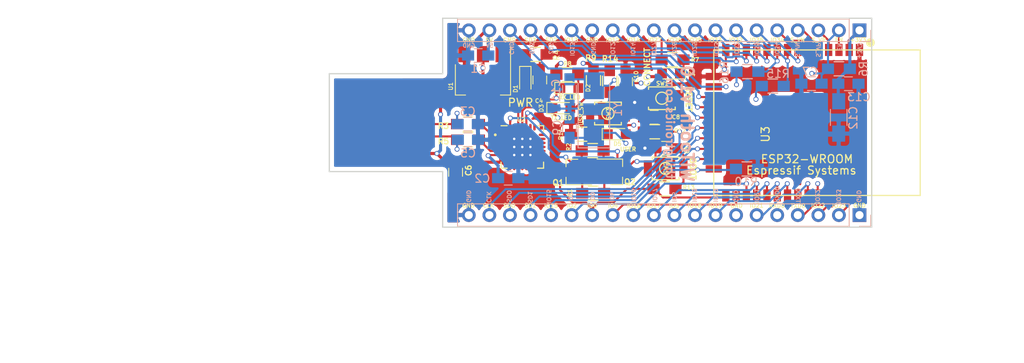
<source format=kicad_pcb>
(kicad_pcb (version 4) (host pcbnew 4.0.4-stable)
  (title_block (title WiTooth) (date 2017-02-18) (rev v1.0))
  (layers (0 F.Cu signal) (1 3V3 mixed) (2 GND mixed) (31 B.Cu signal) (34 B.Paste user) (35 F.Paste user) (36 B.SilkS user) (37 F.SilkS user) (38 B.Mask user) (39 F.Mask user) (44 Edge.Cuts user))
  (net 0 "")
  (net 1 +5V)
  (net 2 GND)
  (net 3 VDD)
  (net 4 +3V3)
  (net 5 EN)
  (net 6 "Net-(C11-Pad1)")
  (net 7 IO34)
  (net 8 "Net-(D1-Pad1)")
  (net 9 "Net-(D2-Pad2)")
  (net 10 RXD0)
  (net 11 "Net-(D3-Pad2)")
  (net 12 TXD0)
  (net 13 "Net-(D4-Pad1)")
  (net 14 IO35)
  (net 15 "Net-(D5-Pad1)")
  (net 16 IO14)
  (net 17 IO13)
  (net 18 IO15)
  (net 19 IO12)
  (net 20 SENSOR_VP)
  (net 21 SENSOR_VN)
  (net 22 IO32)
  (net 23 IO33)
  (net 24 IO25)
  (net 25 IO26)
  (net 26 IO27)
  (net 27 SD2)
  (net 28 SD3)
  (net 29 CMD)
  (net 30 IO23)
  (net 31 IO22)
  (net 32 IO21)
  (net 33 IO19)
  (net 34 IO18)
  (net 35 IO5)
  (net 36 IO17)
  (net 37 IO16)
  (net 38 IO4)
  (net 39 IO0)
  (net 40 IO2)
  (net 41 SD1)
  (net 42 SD0)
  (net 43 CLK)
  (net 44 DTR)
  (net 45 RTS)
  (net 46 "Net-(R3-Pad1)")
  (net 47 "Net-(C3-Pad1)")
  (net 48 "Net-(C5-Pad1)")
  (net 49 "Net-(C9-Pad1)")
  (net 50 "Net-(R5-Pad1)")
  (net 51 "Net-(C8-Pad1)")
  (net 52 "Net-(C14-Pad1)")
  (net 53 "Net-(Q1-Pad1)")
  (net 54 "Net-(Q2-Pad1)")
  (module TO_SOT_Packages_SMD:SOT-23_Handsoldering (layer F.Cu) (at 128 106.1 180)
    (fp_text reference Q1 (at 1.72 -1.33 180) (layer F.SilkS) (effects (font (size 0.7 0.7))))
    (fp_text value MMBT3904)
    (pad 1 smd rect (at -1.5 -0.95 180) (size 1.9 0.8) (layers F.Cu F.Paste F.Mask) (net 53 "Net-(Q1-Pad1)"))
    (pad 2 smd rect (at -1.5 0.95 180) (size 1.9 0.8) (layers F.Cu F.Paste F.Mask) (net 44 DTR))
    (pad 3 smd rect (at 1.5 0 180) (size 1.9 0.8) (layers F.Cu F.Paste F.Mask) (net 39 IO0))
  )
  (module switches:SW_SPST_B3U-1000P_SUNROM (layer F.Cu) (at 132.42 98.86)
    (fp_text reference SW3 (at 0.08 0.04 90) (layer F.SilkS) (effects (font (size 0.5 0.5) (thickness 0.11))))
    (fp_text value USER_SW)
    (pad 1 smd rect (at -2.2 0) (size 1 2) (layers F.Cu F.Paste F.Mask) (net 2 GND))
    (pad 2 smd rect (at 2.2 0) (size 1 2) (layers F.Cu F.Paste F.Mask) (net 7 IO34))
  )
  (module smt-qfn:QFN-28-1EP_5x5mm_Pitch0.5mm (layer F.Cu) (at 121.84 103)
    (fp_text reference U2 (at -0.14 -3.4) (layer F.SilkS) (effects (font (size 0.5 0.5) (thickness 0.1))))
    (fp_text value CP2102)
    (pad 1 smd oval (at -2.45 -1.5) (size 0.85 0.3) (layers F.Cu F.Paste F.Mask))
    (pad 2 smd oval (at -2.45 -1) (size 0.85 0.3) (layers F.Cu F.Paste F.Mask))
    (pad 3 smd oval (at -2.45 -0.5) (size 0.85 0.3) (layers F.Cu F.Paste F.Mask) (net 2 GND))
    (pad 4 smd oval (at -2.45 0) (size 0.85 0.3) (layers F.Cu F.Paste F.Mask) (net 46 "Net-(R3-Pad1)"))
    (pad 5 smd oval (at -2.45 0.5) (size 0.85 0.3) (layers F.Cu F.Paste F.Mask) (net 50 "Net-(R5-Pad1)"))
    (pad 6 smd oval (at -2.45 1) (size 0.85 0.3) (layers F.Cu F.Paste F.Mask) (net 3 VDD))
    (pad 7 smd oval (at -2.45 1.5) (size 0.85 0.3) (layers F.Cu F.Paste F.Mask) (net 1 +5V))
    (pad 8 smd oval (at -1.5 2.45 90) (size 0.85 0.3) (layers F.Cu F.Paste F.Mask) (net 1 +5V))
    (pad 9 smd oval (at -1 2.45 90) (size 0.85 0.3) (layers F.Cu F.Paste F.Mask))
    (pad 10 smd oval (at -0.5 2.45 90) (size 0.85 0.3) (layers F.Cu F.Paste F.Mask))
    (pad 11 smd oval (at 0 2.45 90) (size 0.85 0.3) (layers F.Cu F.Paste F.Mask))
    (pad 12 smd oval (at 0.5 2.45 90) (size 0.85 0.3) (layers F.Cu F.Paste F.Mask))
    (pad 13 smd oval (at 1 2.45 90) (size 0.85 0.3) (layers F.Cu F.Paste F.Mask))
    (pad 14 smd oval (at 1.5 2.45 90) (size 0.85 0.3) (layers F.Cu F.Paste F.Mask))
    (pad 15 smd oval (at 2.45 1.5) (size 0.85 0.3) (layers F.Cu F.Paste F.Mask))
    (pad 16 smd oval (at 2.45 1) (size 0.85 0.3) (layers F.Cu F.Paste F.Mask))
    (pad 17 smd oval (at 2.45 0.5) (size 0.85 0.3) (layers F.Cu F.Paste F.Mask))
    (pad 18 smd oval (at 2.45 0) (size 0.85 0.3) (layers F.Cu F.Paste F.Mask))
    (pad 19 smd oval (at 2.45 -0.5) (size 0.85 0.3) (layers F.Cu F.Paste F.Mask))
    (pad 20 smd oval (at 2.45 -1) (size 0.85 0.3) (layers F.Cu F.Paste F.Mask))
    (pad 21 smd oval (at 2.45 -1.5) (size 0.85 0.3) (layers F.Cu F.Paste F.Mask))
    (pad 22 smd oval (at 1.5 -2.45 90) (size 0.85 0.3) (layers F.Cu F.Paste F.Mask))
    (pad 23 smd oval (at 1 -2.45 90) (size 0.85 0.3) (layers F.Cu F.Paste F.Mask))
    (pad 24 smd oval (at 0.5 -2.45 90) (size 0.85 0.3) (layers F.Cu F.Paste F.Mask) (net 45 RTS))
    (pad 25 smd oval (at 0 -2.45 90) (size 0.85 0.3) (layers F.Cu F.Paste F.Mask) (net 12 TXD0))
    (pad 26 smd oval (at -0.5 -2.45 90) (size 0.85 0.3) (layers F.Cu F.Paste F.Mask) (net 10 RXD0))
    (pad 27 smd oval (at -1 -2.45 90) (size 0.85 0.3) (layers F.Cu F.Paste F.Mask))
    (pad 28 smd oval (at -1.5 -2.45 90) (size 0.85 0.3) (layers F.Cu F.Paste F.Mask) (net 44 DTR))
    (pad 29 smd rect (at 0.8375 0.8375) (size 1.675 1.675) (layers F.Cu F.Paste F.Mask) (net 2 GND))
    (pad 29 smd rect (at 0.8375 -0.8375) (size 1.675 1.675) (layers F.Cu F.Paste F.Mask) (net 2 GND))
    (pad 29 smd rect (at -0.8375 0.8375) (size 1.675 1.675) (layers F.Cu F.Paste F.Mask) (net 2 GND))
    (pad 29 smd rect (at -0.8375 -0.8375) (size 1.675 1.675) (layers F.Cu F.Paste F.Mask) (net 2 GND))
    (pad 29 thru_hole circle (at 0 0) (size 0.5 0.5) (drill 0.3) (layers *.Cu) (net 2 GND))
    (pad 29 thru_hole circle (at 1 0) (size 0.5 0.5) (drill 0.3) (layers *.Cu) (net 2 GND))
    (pad 29 thru_hole circle (at 0 1) (size 0.5 0.5) (drill 0.3) (layers *.Cu) (net 2 GND))
    (pad 29 thru_hole circle (at 1 1 90) (size 0.5 0.5) (drill 0.3) (layers *.Cu) (net 2 GND))
    (pad 29 thru_hole circle (at 1 -1) (size 0.5 0.5) (drill 0.3) (layers *.Cu) (net 2 GND))
    (pad 29 thru_hole circle (at 0 -1 90) (size 0.5 0.5) (drill 0.3) (layers *.Cu) (net 2 GND))
    (pad 29 thru_hole circle (at -1 -1) (size 0.5 0.5) (drill 0.3) (layers *.Cu) (net 2 GND))
    (pad 29 thru_hole circle (at -1 0) (size 0.5 0.5) (drill 0.3) (layers *.Cu) (net 2 GND))
    (pad 29 thru_hole circle (at -1 1) (size 0.5 0.5) (drill 0.3) (layers *.Cu) (net 2 GND))
  )
  (module Capacitors_SMD:C_0805_HandSoldering (layer B.Cu) (at 116.39 91.69 180)
    (fp_text reference C1 (at -0.02 -1.62 180) (layer B.SilkS) (effects (justify mirror)))
    (fp_text value 10uF)
    (pad 1 smd rect (at -1.25 0 180) (size 1.5 1.25) (layers B.Cu B.Paste B.Mask) (net 1 +5V))
    (pad 2 smd rect (at 1.25 0 180) (size 1.5 1.25) (layers B.Cu B.Paste B.Mask) (net 2 GND))
  )
  (module Capacitors_SMD:C_0805_HandSoldering (layer B.Cu) (at 120.1 106.86)
    (fp_text reference C2 (at -3.2 0.04) (layer B.SilkS) (effects (justify mirror)))
    (fp_text value 0.1uF)
    (pad 1 smd rect (at -1.25 0) (size 1.5 1.25) (layers B.Cu B.Paste B.Mask) (net 3 VDD))
    (pad 2 smd rect (at 1.25 0) (size 1.5 1.25) (layers B.Cu B.Paste B.Mask) (net 2 GND))
  )
  (module Capacitors_SMD:C_0805_HandSoldering (layer B.Cu) (at 115.1 100.17)
    (fp_text reference C3 (at 0 -1.57) (layer B.SilkS) (effects (justify mirror)))
    (fp_text value 47pF)
    (pad 1 smd rect (at -1.25 0) (size 1.5 1.25) (layers B.Cu B.Paste B.Mask) (net 47 "Net-(C3-Pad1)"))
    (pad 2 smd rect (at 1.25 0) (size 1.5 1.25) (layers B.Cu B.Paste B.Mask) (net 2 GND))
  )
  (module Capacitors_SMD:C_0805_HandSoldering (layer F.Cu) (at 124 94.71 90)
    (fp_text reference C4 (at -2.59 -0.1 180) (layer F.SilkS) (effects (font (size 0.5 0.5) (thickness 0.1))))
    (fp_text value 10uF)
    (pad 1 smd rect (at -1.25 0 90) (size 1.5 1.25) (layers F.Cu F.Paste F.Mask) (net 4 +3V3))
    (pad 2 smd rect (at 1.25 0 90) (size 1.5 1.25) (layers F.Cu F.Paste F.Mask) (net 2 GND))
  )
  (module Capacitors_SMD:C_0805_HandSoldering (layer B.Cu) (at 115.12 102.11)
    (fp_text reference C5 (at 0.02 1.67) (layer B.SilkS) (effects (justify mirror)))
    (fp_text value 47pF)
    (pad 1 smd rect (at -1.25 0) (size 1.5 1.25) (layers B.Cu B.Paste B.Mask) (net 48 "Net-(C5-Pad1)"))
    (pad 2 smd rect (at 1.25 0) (size 1.5 1.25) (layers B.Cu B.Paste B.Mask) (net 2 GND))
  )
  (module Capacitors_SMD:C_0805_HandSoldering (layer F.Cu) (at 113.6 106.13 270)
    (fp_text reference C6 (at -0.23 -1.6 270) (layer F.SilkS) (effects (font (size 0.7 0.7))))
    (fp_text value 1uF)
    (pad 1 smd rect (at -1.25 0 270) (size 1.5 1.25) (layers F.Cu F.Paste F.Mask) (net 1 +5V))
    (pad 2 smd rect (at 1.25 0 270) (size 1.5 1.25) (layers F.Cu F.Paste F.Mask) (net 2 GND))
  )
  (module Capacitors_SMD:C_0805_HandSoldering (layer B.Cu) (at 157.56 95.17 180)
    (fp_text reference C7 (at 0.18 1.48 180) (layer B.SilkS) (effects (justify mirror)))
    (fp_text value 1nF)
    (pad 1 smd rect (at -1.25 0 180) (size 1.5 1.25) (layers B.Cu B.Paste B.Mask) (net 5 EN))
    (pad 2 smd rect (at 1.25 0 180) (size 1.5 1.25) (layers B.Cu B.Paste B.Mask) (net 2 GND))
  )
  (module Capacitors_SMD:C_0805_HandSoldering (layer F.Cu) (at 138.13 99.33 180)
    (fp_text reference C8 (at -2.69 0.03 180) (layer F.SilkS) (effects (font (size 0.5 0.5) (thickness 0.1))))
    (fp_text value 1nF)
    (pad 1 smd rect (at -1.25 0 180) (size 1.5 1.25) (layers F.Cu F.Paste F.Mask) (net 51 "Net-(C8-Pad1)"))
    (pad 2 smd rect (at 1.25 0 180) (size 1.5 1.25) (layers F.Cu F.Paste F.Mask) (net 2 GND))
  )
  (module Capacitors_SMD:C_0805_HandSoldering (layer B.Cu) (at 127.67 100.62 90)
    (fp_text reference C9 (at 0.01 -1.53 270) (layer B.SilkS) (effects (justify mirror)))
    (fp_text value 27pF)
    (pad 1 smd rect (at -1.25 0 90) (size 1.5 1.25) (layers B.Cu B.Paste B.Mask) (net 49 "Net-(C9-Pad1)"))
    (pad 2 smd rect (at 1.25 0 90) (size 1.5 1.25) (layers B.Cu B.Paste B.Mask) (net 2 GND))
  )
  (module Capacitors_SMD:C_0805_HandSoldering (layer F.Cu) (at 134.59 94.93 90)
    (fp_text reference C10 (at 0.63 1.31 90) (layer F.SilkS) (effects (font (size 0.5 0.5) (thickness 0.1))))
    (fp_text value 1nF)
    (pad 1 smd rect (at -1.25 0 90) (size 1.5 1.25) (layers F.Cu F.Paste F.Mask) (net 7 IO34))
    (pad 2 smd rect (at 1.25 0 90) (size 1.5 1.25) (layers F.Cu F.Paste F.Mask) (net 2 GND))
  )
  (module Capacitors_SMD:C_0805_HandSoldering (layer B.Cu) (at 127.67 95.88 270)
    (fp_text reference C11 (at 0.15 1.67 270) (layer B.SilkS) (effects (justify mirror)))
    (fp_text value 27pF)
    (pad 1 smd rect (at -1.25 0 270) (size 1.5 1.25) (layers B.Cu B.Paste B.Mask) (net 6 "Net-(C11-Pad1)"))
    (pad 2 smd rect (at 1.25 0 270) (size 1.5 1.25) (layers B.Cu B.Paste B.Mask) (net 2 GND))
  )
  (module Capacitors_SMD:C_0805_HandSoldering (layer B.Cu) (at 162.12 95.18)
    (fp_text reference C13 (at 1.29 1.64) (layer B.SilkS) (effects (justify mirror)))
    (fp_text value 1uF)
    (pad 1 smd rect (at -1.25 0) (size 1.5 1.25) (layers B.Cu B.Paste B.Mask) (net 4 +3V3))
    (pad 2 smd rect (at 1.25 0) (size 1.5 1.25) (layers B.Cu B.Paste B.Mask) (net 2 GND))
  )
  (module LEDs:LED_0805 (layer F.Cu) (at 122.21 94.84 270)
    (fp_text reference D1 (at 0.96 1.21 270) (layer F.SilkS) (effects (font (size 0.5 0.5) (thickness 0.1))))
    (fp_text value PWR (at 2.68 0.59 360) (layer F.SilkS))
    (pad 2 smd rect (at 1.1 0 90) (size 1.2 1.2) (layers F.Cu F.Paste F.Mask) (net 4 +3V3))
    (pad 1 smd rect (at -1.1 0 90) (size 1.2 1.2) (layers F.Cu F.Paste F.Mask) (net 8 "Net-(D1-Pad1)"))
  )
  (module LEDs:LED_0805 (layer F.Cu) (at 127.65 95.71)
    (fp_text reference D2 (at 2.31 0.01 270) (layer F.SilkS) (effects (font (size 0.5 0.5) (thickness 0.1))))
    (fp_text value RX_LED (at 0.01 1.15) (layer F.SilkS) (effects (font (size 0.5 0.5) (thickness 0.125))))
    (pad 2 smd rect (at 1.1 0 180) (size 1.2 1.2) (layers F.Cu F.Paste F.Mask) (net 9 "Net-(D2-Pad2)"))
    (pad 1 smd rect (at -1.1 0 180) (size 1.2 1.2) (layers F.Cu F.Paste F.Mask) (net 10 RXD0))
  )
  (module LEDs:LED_0805 (layer F.Cu) (at 126.67 98.2)
    (fp_text reference D3 (at -2.47 0 90) (layer F.SilkS) (effects (font (size 0.5 0.5) (thickness 0.1))))
    (fp_text value TX_LED (at -0.01 1.2) (layer F.SilkS) (effects (font (size 0.5 0.5) (thickness 0.125))))
    (pad 2 smd rect (at 1.1 0 180) (size 1.2 1.2) (layers F.Cu F.Paste F.Mask) (net 11 "Net-(D3-Pad2)"))
    (pad 1 smd rect (at -1.1 0 180) (size 1.2 1.2) (layers F.Cu F.Paste F.Mask) (net 12 TXD0))
  )
  (module LEDs:LED_0805 (layer F.Cu) (at 140.2 93.9 180)
    (fp_text reference D4 (at -2.54 -0.1 180) (layer F.SilkS) (effects (font (size 0.5 0.5) (thickness 0.1))))
    (fp_text value CONNECT (at 2.94 0.78 270) (layer F.SilkS) (effects (font (size 0.7 0.7))))
    (pad 2 smd rect (at 1.1 0) (size 1.2 1.2) (layers F.Cu F.Paste F.Mask) (net 4 +3V3))
    (pad 1 smd rect (at -1.1 0) (size 1.2 1.2) (layers F.Cu F.Paste F.Mask) (net 13 "Net-(D4-Pad1)"))
  )
  (module LEDs:LED_0805 (layer F.Cu) (at 133.51 101.42)
    (fp_text reference D5 (at 0.09 1.18) (layer F.SilkS) (effects (font (size 0.5 0.5) (thickness 0.1))))
    (fp_text value USER (at 1.39 1.86) (layer F.SilkS) (effects (font (size 0.5 0.5) (thickness 0.125))))
    (pad 2 smd rect (at 1.1 0 180) (size 1.2 1.2) (layers F.Cu F.Paste F.Mask) (net 14 IO35))
    (pad 1 smd rect (at -1.1 0 180) (size 1.2 1.2) (layers F.Cu F.Paste F.Mask) (net 15 "Net-(D5-Pad1)"))
  )
  (module Pin_Headers:Pin_Header_Straight_1x20_Pitch2.54mm (layer B.Cu) (at 163.49 88.57 90)
    (fp_text reference P4)
    (fp_text value CONN_01X20)
    (pad 1 thru_hole rect (at 0 0 90) (size 1.7 1.7) (drill 1) (layers *.Cu *.Mask) (net 4 +3V3))
    (pad 2 thru_hole oval (at 0 -2.54 90) (size 1.7 1.7) (drill 1) (layers *.Cu *.Mask) (net 5 EN))
    (pad 3 thru_hole oval (at 0 -5.08 90) (size 1.7 1.7) (drill 1) (layers *.Cu *.Mask) (net 20 SENSOR_VP))
    (pad 4 thru_hole oval (at 0 -7.62 90) (size 1.7 1.7) (drill 1) (layers *.Cu *.Mask) (net 21 SENSOR_VN))
    (pad 5 thru_hole oval (at 0 -10.16 90) (size 1.7 1.7) (drill 1) (layers *.Cu *.Mask) (net 7 IO34))
    (pad 6 thru_hole oval (at 0 -12.7 90) (size 1.7 1.7) (drill 1) (layers *.Cu *.Mask) (net 14 IO35))
    (pad 7 thru_hole oval (at 0 -15.24 90) (size 1.7 1.7) (drill 1) (layers *.Cu *.Mask) (net 22 IO32))
    (pad 8 thru_hole oval (at 0 -17.78 90) (size 1.7 1.7) (drill 1) (layers *.Cu *.Mask) (net 23 IO33))
    (pad 9 thru_hole oval (at 0 -20.32 90) (size 1.7 1.7) (drill 1) (layers *.Cu *.Mask) (net 24 IO25))
    (pad 10 thru_hole oval (at 0 -22.86 90) (size 1.7 1.7) (drill 1) (layers *.Cu *.Mask) (net 25 IO26))
    (pad 11 thru_hole oval (at 0 -25.4 90) (size 1.7 1.7) (drill 1) (layers *.Cu *.Mask) (net 26 IO27))
    (pad 12 thru_hole oval (at 0 -27.94 90) (size 1.7 1.7) (drill 1) (layers *.Cu *.Mask) (net 16 IO14))
    (pad 13 thru_hole oval (at 0 -30.48 90) (size 1.7 1.7) (drill 1) (layers *.Cu *.Mask) (net 19 IO12))
    (pad 14 thru_hole oval (at 0 -33.02 90) (size 1.7 1.7) (drill 1) (layers *.Cu *.Mask) (net 2 GND))
    (pad 15 thru_hole oval (at 0 -35.56 90) (size 1.7 1.7) (drill 1) (layers *.Cu *.Mask) (net 17 IO13))
    (pad 16 thru_hole oval (at 0 -38.1 90) (size 1.7 1.7) (drill 1) (layers *.Cu *.Mask) (net 27 SD2))
    (pad 17 thru_hole oval (at 0 -40.64 90) (size 1.7 1.7) (drill 1) (layers *.Cu *.Mask) (net 28 SD3))
    (pad 18 thru_hole oval (at 0 -43.18 90) (size 1.7 1.7) (drill 1) (layers *.Cu *.Mask) (net 29 CMD))
    (pad 19 thru_hole oval (at 0 -45.72 90) (size 1.7 1.7) (drill 1) (layers *.Cu *.Mask) (net 1 +5V))
    (pad 20 thru_hole oval (at 0 -48.26 90) (size 1.7 1.7) (drill 1) (layers *.Cu *.Mask) (net 2 GND))
  )
  (module Pin_Headers:Pin_Header_Straight_1x20_Pitch2.54mm (layer B.Cu) (at 163.49 111.43 90)
    (fp_text reference P5)
    (fp_text value CONN_01X20)
    (pad 1 thru_hole rect (at 0 0 90) (size 1.7 1.7) (drill 1) (layers *.Cu *.Mask) (net 2 GND))
    (pad 2 thru_hole oval (at 0 -2.54 90) (size 1.7 1.7) (drill 1) (layers *.Cu *.Mask) (net 30 IO23))
    (pad 3 thru_hole oval (at 0 -5.08 90) (size 1.7 1.7) (drill 1) (layers *.Cu *.Mask) (net 31 IO22))
    (pad 4 thru_hole oval (at 0 -7.62 90) (size 1.7 1.7) (drill 1) (layers *.Cu *.Mask) (net 12 TXD0))
    (pad 5 thru_hole oval (at 0 -10.16 90) (size 1.7 1.7) (drill 1) (layers *.Cu *.Mask) (net 10 RXD0))
    (pad 6 thru_hole oval (at 0 -12.7 90) (size 1.7 1.7) (drill 1) (layers *.Cu *.Mask) (net 32 IO21))
    (pad 7 thru_hole oval (at 0 -15.24 90) (size 1.7 1.7) (drill 1) (layers *.Cu *.Mask) (net 2 GND))
    (pad 8 thru_hole oval (at 0 -17.78 90) (size 1.7 1.7) (drill 1) (layers *.Cu *.Mask) (net 33 IO19))
    (pad 9 thru_hole oval (at 0 -20.32 90) (size 1.7 1.7) (drill 1) (layers *.Cu *.Mask) (net 34 IO18))
    (pad 10 thru_hole oval (at 0 -22.86 90) (size 1.7 1.7) (drill 1) (layers *.Cu *.Mask) (net 35 IO5))
    (pad 11 thru_hole oval (at 0 -25.4 90) (size 1.7 1.7) (drill 1) (layers *.Cu *.Mask) (net 36 IO17))
    (pad 12 thru_hole oval (at 0 -27.94 90) (size 1.7 1.7) (drill 1) (layers *.Cu *.Mask) (net 37 IO16))
    (pad 13 thru_hole oval (at 0 -30.48 90) (size 1.7 1.7) (drill 1) (layers *.Cu *.Mask) (net 38 IO4))
    (pad 14 thru_hole oval (at 0 -33.02 90) (size 1.7 1.7) (drill 1) (layers *.Cu *.Mask) (net 39 IO0))
    (pad 15 thru_hole oval (at 0 -35.56 90) (size 1.7 1.7) (drill 1) (layers *.Cu *.Mask) (net 40 IO2))
    (pad 16 thru_hole oval (at 0 -38.1 90) (size 1.7 1.7) (drill 1) (layers *.Cu *.Mask) (net 18 IO15))
    (pad 17 thru_hole oval (at 0 -40.64 90) (size 1.7 1.7) (drill 1) (layers *.Cu *.Mask) (net 41 SD1))
    (pad 18 thru_hole oval (at 0 -43.18 90) (size 1.7 1.7) (drill 1) (layers *.Cu *.Mask) (net 42 SD0))
    (pad 19 thru_hole oval (at 0 -45.72 90) (size 1.7 1.7) (drill 1) (layers *.Cu *.Mask) (net 43 CLK))
    (pad 20 thru_hole oval (at 0 -48.26 90) (size 1.7 1.7) (drill 1) (layers *.Cu *.Mask) (net 2 GND))
  )
  (module TO_SOT_Packages_SMD:SOT-23_Handsoldering (layer F.Cu) (at 133.47 106.08)
    (fp_text reference Q2 (at 1.66 1.25) (layer F.SilkS) (effects (font (size 0.7 0.7))))
    (fp_text value MMBT3904)
    (pad 1 smd rect (at -1.5 -0.95) (size 1.9 0.8) (layers F.Cu F.Paste F.Mask) (net 54 "Net-(Q2-Pad1)"))
    (pad 2 smd rect (at -1.5 0.95) (size 1.9 0.8) (layers F.Cu F.Paste F.Mask) (net 45 RTS))
    (pad 3 smd rect (at 1.5 0) (size 1.9 0.8) (layers F.Cu F.Paste F.Mask) (net 5 EN))
  )
  (module Resistors_SMD:R_0805_HandSoldering (layer F.Cu) (at 130.59 108.72)
    (fp_text reference R1 (at -2.88 -0.03 90) (layer F.SilkS) (effects (font (size 0.5 0.5) (thickness 0.1))))
    (fp_text value 12K)
    (pad 1 smd rect (at -1.35 0) (size 1.5 1.3) (layers F.Cu F.Paste F.Mask) (net 53 "Net-(Q1-Pad1)"))
    (pad 2 smd rect (at 1.35 0) (size 1.5 1.3) (layers F.Cu F.Paste F.Mask) (net 45 RTS))
  )
  (module Resistors_SMD:R_0805_HandSoldering (layer F.Cu) (at 130.53 103.45 180)
    (fp_text reference R2 (at 2.96 0.45 270) (layer F.SilkS) (effects (font (size 0.5 0.5) (thickness 0.1))))
    (fp_text value 12K)
    (pad 1 smd rect (at -1.35 0 180) (size 1.5 1.3) (layers F.Cu F.Paste F.Mask) (net 54 "Net-(Q2-Pad1)"))
    (pad 2 smd rect (at 1.35 0 180) (size 1.5 1.3) (layers F.Cu F.Paste F.Mask) (net 44 DTR))
  )
  (module Resistors_SMD:R_0805_HandSoldering (layer F.Cu) (at 115.13 100.17 180)
    (fp_text reference R3 (at 3.03 -0.23 180) (layer F.SilkS) (effects (font (size 0.7 0.7))))
    (fp_text value 27E)
    (pad 1 smd rect (at -1.35 0 180) (size 1.5 1.3) (layers F.Cu F.Paste F.Mask) (net 46 "Net-(R3-Pad1)"))
    (pad 2 smd rect (at 1.35 0 180) (size 1.5 1.3) (layers F.Cu F.Paste F.Mask) (net 47 "Net-(C3-Pad1)"))
  )
  (module Resistors_SMD:R_0805_HandSoldering (layer F.Cu) (at 123.49 91.55)
    (fp_text reference R4 (at 2.59 0.08 90) (layer F.SilkS) (effects (font (size 0.7 0.7) (thickness 0.1))))
    (fp_text value 1K)
    (pad 1 smd rect (at -1.35 0) (size 1.5 1.3) (layers F.Cu F.Paste F.Mask) (net 8 "Net-(D1-Pad1)"))
    (pad 2 smd rect (at 1.35 0) (size 1.5 1.3) (layers F.Cu F.Paste F.Mask) (net 2 GND))
  )
  (module Resistors_SMD:R_0805_HandSoldering (layer F.Cu) (at 115.13 102.11 180)
    (fp_text reference R5 (at 3.03 -0.19 180) (layer F.SilkS) (effects (font (size 0.7 0.7))))
    (fp_text value 27E)
    (pad 1 smd rect (at -1.35 0 180) (size 1.5 1.3) (layers F.Cu F.Paste F.Mask) (net 50 "Net-(R5-Pad1)"))
    (pad 2 smd rect (at 1.35 0 180) (size 1.5 1.3) (layers F.Cu F.Paste F.Mask) (net 48 "Net-(C5-Pad1)"))
  )
  (module Resistors_SMD:R_0805_HandSoldering (layer B.Cu) (at 160.95 93.33 180)
    (fp_text reference R6 (at -3.04 -0.01 270) (layer B.SilkS) (effects (justify mirror)))
    (fp_text value 12K)
    (pad 1 smd rect (at -1.35 0 180) (size 1.5 1.3) (layers B.Cu B.Paste B.Mask) (net 4 +3V3))
    (pad 2 smd rect (at 1.35 0 180) (size 1.5 1.3) (layers B.Cu B.Paste B.Mask) (net 5 EN))
  )
  (module Resistors_SMD:R_0805_HandSoldering (layer F.Cu) (at 140.4 92.2 180)
    (fp_text reference R7 (at -2.78 -0.01 180) (layer F.SilkS) (effects (font (size 0.5 0.5) (thickness 0.125))))
    (fp_text value 470E)
    (pad 1 smd rect (at -1.35 0 180) (size 1.5 1.3) (layers F.Cu F.Paste F.Mask) (net 13 "Net-(D4-Pad1)"))
    (pad 2 smd rect (at 1.35 0 180) (size 1.5 1.3) (layers F.Cu F.Paste F.Mask) (net 26 IO27))
  )
  (module Resistors_SMD:R_0805_HandSoldering (layer F.Cu) (at 127.4 94.04)
    (fp_text reference R8 (at 0.03 -1.34) (layer F.SilkS) (effects (font (size 0.5 0.5) (thickness 0.1))))
    (fp_text value 1K)
    (pad 1 smd rect (at -1.35 0) (size 1.5 1.3) (layers F.Cu F.Paste F.Mask) (net 4 +3V3))
    (pad 2 smd rect (at 1.35 0) (size 1.5 1.3) (layers F.Cu F.Paste F.Mask) (net 9 "Net-(D2-Pad2)"))
  )
  (module Resistors_SMD:R_0805_HandSoldering (layer F.Cu) (at 130.63 94.77 270)
    (fp_text reference R9 (at -2.77 0.33 360) (layer F.SilkS) (effects (font (size 0.7 0.7))))
    (fp_text value 1K)
    (pad 1 smd rect (at -1.35 0 270) (size 1.5 1.3) (layers F.Cu F.Paste F.Mask) (net 4 +3V3))
    (pad 2 smd rect (at 1.35 0 270) (size 1.5 1.3) (layers F.Cu F.Paste F.Mask) (net 11 "Net-(D3-Pad2)"))
  )
  (module Resistors_SMD:R_0805_HandSoldering (layer B.Cu) (at 149.58 105.72)
    (fp_text reference R10 (at -0.08 1.58) (layer B.SilkS) (effects (justify mirror)))
    (fp_text value 5K)
    (pad 1 smd rect (at -1.35 0) (size 1.5 1.3) (layers B.Cu B.Paste B.Mask) (net 40 IO2))
    (pad 2 smd rect (at 1.35 0) (size 1.5 1.3) (layers B.Cu B.Paste B.Mask) (net 2 GND))
  )
  (module Resistors_SMD:R_0805_HandSoldering (layer F.Cu) (at 129.21 101.42 180)
    (fp_text reference R11 (at 2.62 0 270) (layer F.SilkS) (effects (font (size 0.5 0.5) (thickness 0.1))))
    (fp_text value 470E)
    (pad 1 smd rect (at -1.35 0 180) (size 1.5 1.3) (layers F.Cu F.Paste F.Mask) (net 15 "Net-(D5-Pad1)"))
    (pad 2 smd rect (at 1.35 0 180) (size 1.5 1.3) (layers F.Cu F.Paste F.Mask) (net 2 GND))
  )
  (module Resistors_SMD:R_0805_HandSoldering (layer F.Cu) (at 138.2 101.12 180)
    (fp_text reference R12 (at -3.1 0.12 180) (layer F.SilkS) (effects (font (size 0.5 0.5) (thickness 0.1))))
    (fp_text value 470E)
    (pad 1 smd rect (at -1.35 0 180) (size 1.5 1.3) (layers F.Cu F.Paste F.Mask) (net 5 EN))
    (pad 2 smd rect (at 1.35 0 180) (size 1.5 1.3) (layers F.Cu F.Paste F.Mask) (net 51 "Net-(C8-Pad1)"))
  )
  (module Resistors_SMD:R_0805_HandSoldering (layer F.Cu) (at 139.405 108.185)
    (fp_text reference R13 (at 2.995 -0.185) (layer F.SilkS) (effects (font (size 0.5 0.5) (thickness 0.1))))
    (fp_text value 470E)
    (pad 1 smd rect (at -1.35 0) (size 1.5 1.3) (layers F.Cu F.Paste F.Mask) (net 39 IO0))
    (pad 2 smd rect (at 1.35 0) (size 1.5 1.3) (layers F.Cu F.Paste F.Mask) (net 52 "Net-(C14-Pad1)"))
  )
  (module Resistors_SMD:R_0805_HandSoldering (layer F.Cu) (at 132.64 94.84 270)
    (fp_text reference R14 (at -2.74 -0.06 360) (layer F.SilkS) (effects (font (size 0.7 0.7))))
    (fp_text value 470E)
    (pad 1 smd rect (at -1.35 0 270) (size 1.5 1.3) (layers F.Cu F.Paste F.Mask) (net 4 +3V3))
    (pad 2 smd rect (at 1.35 0 270) (size 1.5 1.3) (layers F.Cu F.Paste F.Mask) (net 7 IO34))
  )
  (module Resistors_SMD:R_0805_HandSoldering (layer B.Cu) (at 152.78 95.47 180)
    (fp_text reference R15 (at -0.66 1.53 180) (layer B.SilkS) (effects (justify mirror)))
    (fp_text value 0E)
    (pad 1 smd rect (at -1.35 0 180) (size 1.5 1.3) (layers B.Cu B.Paste B.Mask) (net 22 IO32))
    (pad 2 smd rect (at 1.35 0 180) (size 1.5 1.3) (layers B.Cu B.Paste B.Mask) (net 49 "Net-(C9-Pad1)"))
  )
  (module Resistors_SMD:R_0805_HandSoldering (layer B.Cu) (at 149.65 93.68 180)
    (fp_text reference R16 (at 2.87 -0.08 270) (layer B.SilkS) (effects (justify mirror)))
    (fp_text value 0E)
    (pad 1 smd rect (at -1.35 0 180) (size 1.5 1.3) (layers B.Cu B.Paste B.Mask) (net 23 IO33))
    (pad 2 smd rect (at 1.35 0 180) (size 1.5 1.3) (layers B.Cu B.Paste B.Mask) (net 6 "Net-(C11-Pad1)"))
  )
  (module Capacitors_SMD:C_1206_HandSoldering (layer B.Cu) (at 160.92 99.35 270)
    (fp_text reference C12 (at 0.06 -1.79 270) (layer B.SilkS) (effects (justify mirror)))
    (fp_text value 100uF)
    (pad 1 smd rect (at -2 0 270) (size 2 1.6) (layers B.Cu B.Paste B.Mask) (net 4 +3V3))
    (pad 2 smd rect (at 2 0 270) (size 2 1.6) (layers B.Cu B.Paste B.Mask) (net 2 GND))
  )
  (module USB:usb-PCB_male (layer F.Cu) (at 98 100 270)
    (fp_text reference P1 hide)
    (fp_text value USB_A_MALE hide)
    (pad 1 connect rect (at 3.81 -4.9 270) (size 1.9 8) (layers F.Cu F.Mask) (net 1 +5V))
    (pad 4 connect rect (at -3.81 -4.9 270) (size 1.9 8) (layers F.Cu F.Mask) (net 2 GND))
    (pad 3 connect rect (at -1.3 -5.15 270) (size 2 7.5) (layers F.Cu F.Mask) (net 47 "Net-(C3-Pad1)"))
    (pad 2 connect rect (at 1.3 -5.15 270) (size 2 7.5) (layers F.Cu F.Mask) (net 48 "Net-(C5-Pad1)"))
  )
  (module TO_SOT_Packages_SMD:SOT-223 (layer F.Cu) (at 116.98 94.67 270)
    (fp_text reference U1 (at 0.83 3.98 270) (layer F.SilkS) (effects (font (size 0.5 0.5) (thickness 0.1))))
    (fp_text value AMS1117-3V3)
    (pad 4 smd rect (at 3.15 0 270) (size 2 3.8) (layers F.Cu F.Paste F.Mask) (net 4 +3V3))
    (pad 2 smd rect (at -3.15 0 270) (size 2 1.5) (layers F.Cu F.Paste F.Mask) (net 4 +3V3))
    (pad 3 smd rect (at -3.15 2.3 270) (size 2 1.5) (layers F.Cu F.Paste F.Mask) (net 1 +5V))
    (pad 1 smd rect (at -3.15 -2.3 270) (size 2 1.5) (layers F.Cu F.Paste F.Mask) (net 2 GND))
  )
  (module Capacitors_SMD:C_0805_HandSoldering (layer F.Cu) (at 139.545 103.165 180)
    (fp_text reference C14 (at -2.655 0.065 270) (layer F.SilkS) (effects (font (size 0.5 0.5) (thickness 0.1))))
    (fp_text value 1nF)
    (pad 1 smd rect (at -1.25 0 180) (size 1.5 1.25) (layers F.Cu F.Paste F.Mask) (net 52 "Net-(C14-Pad1)"))
    (pad 2 smd rect (at 1.25 0 180) (size 1.5 1.25) (layers F.Cu F.Paste F.Mask) (net 2 GND))
  )
  (module switches:SW_SPST_B3U-1000P_SUNROM (layer F.Cu) (at 139.08 96.97)
    (fp_text reference SW1 (at 0.06 -1.82) (layer F.SilkS) (effects (font (size 0.5 0.5) (thickness 0.11))))
    (fp_text value RESET)
    (pad 1 smd rect (at -2.2 0) (size 1 2) (layers F.Cu F.Paste F.Mask) (net 2 GND))
    (pad 2 smd rect (at 2.2 0) (size 1 2) (layers F.Cu F.Paste F.Mask) (net 51 "Net-(C8-Pad1)"))
  )
  (module switches:SW_SPST_B3U-1000P_SUNROM (layer F.Cu) (at 139.547 105.659)
    (fp_text reference SW2 (at 0.053 -0.059 90) (layer F.SilkS) (effects (font (size 0.5 0.5) (thickness 0.11))))
    (fp_text value BOOT)
    (pad 1 smd rect (at -2.2 0) (size 1 2) (layers F.Cu F.Paste F.Mask) (net 2 GND))
    (pad 2 smd rect (at 2.2 0) (size 1 2) (layers F.Cu F.Paste F.Mask) (net 52 "Net-(C14-Pad1)"))
  )
  (module ESP-32:ESP32-WROOM_SMALLER_FOOTPRINT (layer F.Cu) (at 158.24 100 90)
    (fp_text reference U3 (at -1.43 -6.36 90) (layer F.SilkS))
    (fp_text value ESP-32_WROOM32_Rectangle)
    (fp_text user "Espressif Systems" (at -5.9 -1.94 180) (layer F.SilkS))
    (fp_text user ESP32-WROOM (at -4.5 -1.24 180) (layer F.SilkS))
    (pad 38 smd rect (at -9 5.25 90) (size 1.5 0.9) (layers F.Cu F.Paste F.Mask) (net 2 GND))
    (pad 37 smd rect (at -9 3.98 90) (size 1.5 0.9) (layers F.Cu F.Paste F.Mask) (net 30 IO23))
    (pad 36 smd rect (at -9 2.71 90) (size 1.5 0.9) (layers F.Cu F.Paste F.Mask) (net 31 IO22))
    (pad 35 smd rect (at -9 1.44 90) (size 1.5 0.9) (layers F.Cu F.Paste F.Mask) (net 12 TXD0))
    (pad 34 smd rect (at -9 0.17 90) (size 1.5 0.9) (layers F.Cu F.Paste F.Mask) (net 10 RXD0))
    (pad 33 smd rect (at -9 -1.1 90) (size 1.5 0.9) (layers F.Cu F.Paste F.Mask) (net 32 IO21))
    (pad 32 smd rect (at -9 -2.37 90) (size 1.5 0.9) (layers F.Cu F.Paste F.Mask))
    (pad 31 smd rect (at -9 -3.64 90) (size 1.5 0.9) (layers F.Cu F.Paste F.Mask) (net 33 IO19))
    (pad 30 smd rect (at -9 -4.91 90) (size 1.5 0.9) (layers F.Cu F.Paste F.Mask) (net 34 IO18))
    (pad 29 smd rect (at -9 -6.18 90) (size 1.5 0.9) (layers F.Cu F.Paste F.Mask) (net 35 IO5))
    (pad 28 smd rect (at -9 -7.45 90) (size 1.5 0.9) (layers F.Cu F.Paste F.Mask) (net 36 IO17))
    (pad 27 smd rect (at -9 -8.72 90) (size 1.5 0.9) (layers F.Cu F.Paste F.Mask) (net 37 IO16))
    (pad 26 smd rect (at -9 -9.99 90) (size 1.5 0.9) (layers F.Cu F.Paste F.Mask) (net 38 IO4))
    (pad 25 smd rect (at -9 -11.26 90) (size 1.5 0.9) (layers F.Cu F.Paste F.Mask) (net 39 IO0))
    (pad 24 smd rect (at -5.715 -12.75 90) (size 0.9 2) (layers F.Cu F.Paste F.Mask) (net 40 IO2))
    (pad 23 smd rect (at -4.445 -12.75 90) (size 0.9 2) (layers F.Cu F.Paste F.Mask) (net 18 IO15))
    (pad 22 smd rect (at -3.175 -12.75 90) (size 0.9 2) (layers F.Cu F.Paste F.Mask) (net 41 SD1))
    (pad 21 smd rect (at -1.905 -12.75 90) (size 0.9 2) (layers F.Cu F.Paste F.Mask) (net 42 SD0))
    (pad 20 smd rect (at -0.635 -12.75 90) (size 0.9 2) (layers F.Cu F.Paste F.Mask) (net 43 CLK))
    (pad 19 smd rect (at 0.635 -12.75 90) (size 0.9 2) (layers F.Cu F.Paste F.Mask) (net 29 CMD))
    (pad 18 smd rect (at 1.905 -12.75 90) (size 0.9 2) (layers F.Cu F.Paste F.Mask) (net 28 SD3))
    (pad 17 smd rect (at 3.175 -12.75 90) (size 0.9 2) (layers F.Cu F.Paste F.Mask) (net 27 SD2))
    (pad 16 smd rect (at 4.445 -12.75 90) (size 0.9 2) (layers F.Cu F.Paste F.Mask) (net 17 IO13))
    (pad 15 smd rect (at 5.715 -12.75 90) (size 0.9 2) (layers F.Cu F.Paste F.Mask) (net 2 GND))
    (pad 14 smd rect (at 9 -11.26 90) (size 1.5 0.9) (layers F.Cu F.Paste F.Mask) (net 19 IO12))
    (pad 13 smd rect (at 9 -9.99 90) (size 1.5 0.9) (layers F.Cu F.Paste F.Mask) (net 16 IO14))
    (pad 12 smd rect (at 9 -8.72 90) (size 1.5 0.9) (layers F.Cu F.Paste F.Mask) (net 26 IO27))
    (pad 11 smd rect (at 9 -7.45 90) (size 1.5 0.9) (layers F.Cu F.Paste F.Mask) (net 25 IO26))
    (pad 10 smd rect (at 9 -6.18 90) (size 1.5 0.9) (layers F.Cu F.Paste F.Mask) (net 24 IO25))
    (pad 9 smd rect (at 9 -4.91 90) (size 1.5 0.9) (layers F.Cu F.Paste F.Mask) (net 23 IO33))
    (pad 8 smd rect (at 9 -3.64 90) (size 1.5 0.9) (layers F.Cu F.Paste F.Mask) (net 22 IO32))
    (pad 7 smd rect (at 9 -2.37 90) (size 1.5 0.9) (layers F.Cu F.Paste F.Mask) (net 14 IO35))
    (pad 6 smd rect (at 9 -1.1 90) (size 1.5 0.9) (layers F.Cu F.Paste F.Mask) (net 7 IO34))
    (pad 5 smd rect (at 9 0.17 90) (size 1.5 0.9) (layers F.Cu F.Paste F.Mask) (net 21 SENSOR_VN))
    (pad 4 smd rect (at 9 1.44 90) (size 1.5 0.9) (layers F.Cu F.Paste F.Mask) (net 20 SENSOR_VP))
    (pad 3 smd rect (at 9 2.71 90) (size 1.5 0.9) (layers F.Cu F.Paste F.Mask) (net 5 EN))
    (pad 2 smd rect (at 9 3.98 90) (size 1.5 0.9) (layers F.Cu F.Paste F.Mask) (net 4 +3V3))
    (pad 1 smd rect (at 9 5.25 90) (size 1.5 0.9) (layers F.Cu F.Paste F.Mask) (net 2 GND))
    (pad 39 smd rect (at 0.3 -2.45 90) (size 6 6) (layers F.Cu F.Paste F.Mask) (net 2 GND))
  )
  (module Crystals:Crystal_SMD_0603-2pin_6.0x3.5mm_HandSoldering (layer B.Cu) (at 130.68 98.34 90)
    (fp_text reference Y1 (at 0 2.95 90) (layer B.SilkS) (effects (justify mirror)))
    (fp_text value Crystal)
    (pad 1 smd rect (at -2.9125 0 90) (size 3.325 2.5) (layers B.Cu B.Mask) (net 49 "Net-(C9-Pad1)"))
    (pad 2 smd rect (at 2.9125 0 90) (size 3.325 2.5) (layers B.Cu B.Mask) (net 6 "Net-(C11-Pad1)"))
  )
  (module "Fab Details table:Fab Details table" (layer F.Cu) (at 57.57 86.69)
    (fp_text reference REF** hide)
    (fp_text value "Fab Details table")
  )
  (gr_text BOOT (at 142.91 105.69 270) (layer F.SilkS) (effects (font (size 0.7 0.7) (thickness 0.175))))
  (gr_text GND (at 163.4 109.1 270) (layer B.SilkS) (effects (font (size 0.5 0.5) (thickness 0.1)) (justify mirror)))
  (gr_text IO23 (at 160.9 109.1 270) (layer B.SilkS) (effects (font (size 0.5 0.5) (thickness 0.1)) (justify mirror)))
  (gr_text IO22 (at 158.3 109.1 270) (layer B.SilkS) (effects (font (size 0.5 0.5) (thickness 0.1)) (justify mirror)))
  (gr_text TXD0 (at 155.9 109 270) (layer B.SilkS) (effects (font (size 0.5 0.5) (thickness 0.1)) (justify mirror)))
  (gr_text RXD0 (at 153.3 108.9 270) (layer B.SilkS) (effects (font (size 0.5 0.5) (thickness 0.1)) (justify mirror)))
  (gr_text IO21 (at 150.8 109 270) (layer B.SilkS) (effects (font (size 0.5 0.5) (thickness 0.1)) (justify mirror)))
  (gr_text GND (at 148.2 109.1 270) (layer B.SilkS) (effects (font (size 0.5 0.5) (thickness 0.1)) (justify mirror)))
  (gr_text IO19 (at 145.7 109 270) (layer B.SilkS) (effects (font (size 0.5 0.5) (thickness 0.1)) (justify mirror)))
  (gr_text IO18 (at 143.1 109 270) (layer B.SilkS) (effects (font (size 0.5 0.5) (thickness 0.1)) (justify mirror)))
  (gr_text IO5 (at 140.6 109.2 270) (layer B.SilkS) (effects (font (size 0.5 0.5) (thickness 0.1)) (justify mirror)))
  (gr_text IO17 (at 138.2 109 270) (layer B.SilkS) (effects (font (size 0.5 0.5) (thickness 0.1)) (justify mirror)))
  (gr_text IO16 (at 135.6 109 270) (layer B.SilkS) (effects (font (size 0.5 0.5) (thickness 0.1)) (justify mirror)))
  (gr_text IO4 (at 132.9 109.2 270) (layer B.SilkS) (effects (font (size 0.5 0.5) (thickness 0.1)) (justify mirror)))
  (gr_text IO0 (at 130.5 109.2 270) (layer B.SilkS) (effects (font (size 0.5 0.5) (thickness 0.1)) (justify mirror)))
  (gr_text IO2 (at 127.8 109.2 270) (layer B.SilkS) (effects (font (size 0.5 0.5) (thickness 0.1)) (justify mirror)))
  (gr_text IO15 (at 125.1 109.1 270) (layer B.SilkS) (effects (font (size 0.5 0.5) (thickness 0.1)) (justify mirror)))
  (gr_text SD1 (at 122.8 109.2 270) (layer B.SilkS) (effects (font (size 0.5 0.5) (thickness 0.1)) (justify mirror)))
  (gr_text SDO (at 120.2 109.1 270) (layer B.SilkS) (effects (font (size 0.5 0.5) (thickness 0.1)) (justify mirror)))
  (gr_text CLK (at 117.7 109.2 270) (layer B.SilkS) (effects (font (size 0.5 0.5) (thickness 0.1)) (justify mirror)))
  (gr_text GND (at 115.2 109.1 270) (layer B.SilkS) (effects (font (size 0.5 0.5) (thickness 0.1)) (justify mirror)))
  (gr_text IO33 (at 145.8 90.9 270) (layer B.SilkS) (effects (font (size 0.5 0.5) (thickness 0.1)) (justify mirror)))
  (gr_text IO25 (at 143.1 90.9 270) (layer B.SilkS) (effects (font (size 0.5 0.5) (thickness 0.1)) (justify mirror)))
  (gr_text IO26 (at 140.6 90.9 270) (layer B.SilkS) (effects (font (size 0.5 0.5) (thickness 0.1)) (justify mirror)))
  (gr_text IO27 (at 138.1 90.9 270) (layer B.SilkS) (effects (font (size 0.5 0.5) (thickness 0.1)) (justify mirror)))
  (gr_text IO14 (at 135.5 90.9 270) (layer B.SilkS) (effects (font (size 0.5 0.5) (thickness 0.1)) (justify mirror)))
  (gr_text IO12 (at 133 90.9 270) (layer B.SilkS) (effects (font (size 0.5 0.5) (thickness 0.1)) (justify mirror)))
  (gr_text GND (at 130.6 90.8 270) (layer B.SilkS) (effects (font (size 0.5 0.5) (thickness 0.1)) (justify mirror)))
  (gr_text IO13 (at 128 90.9 270) (layer B.SilkS) (effects (font (size 0.5 0.5) (thickness 0.1)) (justify mirror)))
  (gr_text 5V (at 117.81 90.45) (layer B.SilkS) (effects (font (size 0.5 0.5) (thickness 0.1)) (justify mirror)))
  (gr_text GND (at 115.23 90.45) (layer B.SilkS) (effects (font (size 0.5 0.5) (thickness 0.1)) (justify mirror)))
  (gr_text CMD (at 120.26 89.78) (layer F.SilkS) (effects (font (size 0.5 0.5) (thickness 0.1))))
  (gr_text +3V3 (at 163.32 89.76) (layer F.SilkS) (effects (font (size 0.5 0.5) (thickness 0.1))))
  (gr_text EN (at 160.97 89.76) (layer F.SilkS) (effects (font (size 0.5 0.5) (thickness 0.1))))
  (gr_text S_VP (at 158.46 89.78) (layer F.SilkS) (effects (font (size 0.5 0.5) (thickness 0.1))))
  (gr_text S_VN (at 155.83 89.79) (layer F.SilkS) (effects (font (size 0.5 0.5) (thickness 0.1))))
  (gr_text IO34 (at 153.35 89.79) (layer F.SilkS) (effects (font (size 0.5 0.5) (thickness 0.1))))
  (gr_text IO35 (at 150.79 89.79) (layer F.SilkS) (effects (font (size 0.5 0.5) (thickness 0.1))))
  (gr_text IO32 (at 148.22 89.78) (layer F.SilkS) (effects (font (size 0.5 0.5) (thickness 0.1))))
  (gr_text GND (at 163.49 110.24) (layer F.SilkS) (effects (font (size 0.5 0.5) (thickness 0.1))))
  (gr_text IO23 (at 160.96 110.27) (layer F.SilkS) (effects (font (size 0.5 0.5) (thickness 0.1))))
  (gr_text IO22 (at 158.37 110.25) (layer F.SilkS) (effects (font (size 0.5 0.5) (thickness 0.1))))
  (gr_text TXD0 (at 155.89 110.28) (layer F.SilkS) (effects (font (size 0.5 0.5) (thickness 0.1))))
  (gr_text RXD0 (at 153.29 110.27) (layer F.SilkS) (effects (font (size 0.5 0.5) (thickness 0.1))))
  (gr_text IO21 (at 150.78 110.25) (layer F.SilkS) (effects (font (size 0.5 0.5) (thickness 0.1))))
  (gr_text GND (at 148.29 110.26) (layer F.SilkS) (effects (font (size 0.5 0.5) (thickness 0.1))))
  (gr_text IO19 (at 145.67 110.23) (layer F.SilkS) (effects (font (size 0.5 0.5) (thickness 0.1))))
  (gr_text IO18 (at 143.13 110.23) (layer F.SilkS) (effects (font (size 0.5 0.5) (thickness 0.1))))
  (gr_text IO5 (at 140.58 110.27) (layer F.SilkS) (effects (font (size 0.5 0.5) (thickness 0.1))))
  (gr_text IO17 (at 138.09 110.26) (layer F.SilkS) (effects (font (size 0.5 0.5) (thickness 0.1))))
  (gr_text IO16 (at 135.62 110.27) (layer F.SilkS) (effects (font (size 0.5 0.5) (thickness 0.1))))
  (gr_text IO0 (at 130.45 110.24) (layer F.SilkS) (effects (font (size 0.5 0.5) (thickness 0.1))))
  (gr_text IO4 (at 133.03 110.25) (layer F.SilkS) (effects (font (size 0.5 0.5) (thickness 0.1))))
  (gr_text IO2 (at 127.96 110.25) (layer F.SilkS) (effects (font (size 0.5 0.5) (thickness 0.1))))
  (gr_text IO15 (at 125.39 110.26) (layer F.SilkS) (effects (font (size 0.5 0.5) (thickness 0.1))))
  (gr_text SD1 (at 122.83 110.24) (layer F.SilkS) (effects (font (size 0.5 0.5) (thickness 0.1))))
  (gr_text SDO (at 120.23 110.25) (layer F.SilkS) (effects (font (size 0.5 0.5) (thickness 0.1))))
  (gr_text CLK (at 117.67 110.24) (layer F.SilkS) (effects (font (size 0.5 0.5) (thickness 0.1))))
  (gr_text GND (at 115.19 110.25) (layer F.SilkS) (effects (font (size 0.5 0.5) (thickness 0.1))))
  (gr_text +3V3 (at 163.5 91.1 270) (layer B.SilkS) (effects (font (size 0.5 0.5) (thickness 0.1)) (justify mirror)))
  (gr_text EN (at 161 90.6 270) (layer B.SilkS) (effects (font (size 0.5 0.5) (thickness 0.1)) (justify mirror)))
  (gr_text S_VP (at 158.4 91 270) (layer B.SilkS) (effects (font (size 0.5 0.5) (thickness 0.1)) (justify mirror)))
  (gr_text S_VN (at 155.8 91 270) (layer B.SilkS) (effects (font (size 0.5 0.5) (thickness 0.1)) (justify mirror)))
  (gr_text IO34 (at 153.3 90.9 270) (layer B.SilkS) (effects (font (size 0.5 0.5) (thickness 0.1)) (justify mirror)))
  (gr_text IO35 (at 150.8 90.9 270) (layer B.SilkS) (effects (font (size 0.5 0.5) (thickness 0.1)) (justify mirror)))
  (gr_text IO32 (at 148.3 90.9 270) (layer B.SilkS) (effects (font (size 0.5 0.5) (thickness 0.1)) (justify mirror)))
  (gr_text IO33 (at 145.63 89.79) (layer F.SilkS) (effects (font (size 0.5 0.5) (thickness 0.1))))
  (gr_text IO25 (at 143.15 89.79) (layer F.SilkS) (effects (font (size 0.5 0.5) (thickness 0.1))))
  (gr_text IO26 (at 140.68 89.78) (layer F.SilkS) (effects (font (size 0.5 0.5) (thickness 0.1))))
  (gr_text IO27 (at 138.18 89.78) (layer F.SilkS) (effects (font (size 0.5 0.5) (thickness 0.1))))
  (gr_text IO14 (at 135.57 89.77) (layer F.SilkS) (effects (font (size 0.5 0.5) (thickness 0.1))))
  (gr_text IO12 (at 133.01 89.8) (layer F.SilkS) (effects (font (size 0.5 0.5) (thickness 0.1))))
  (gr_text GND (at 130.46 89.8) (layer F.SilkS) (effects (font (size 0.5 0.5) (thickness 0.1))))
  (gr_text CMD (at 120.5 90.8 270) (layer B.SilkS) (effects (font (size 0.5 0.5) (thickness 0.1)) (justify mirror)))
  (gr_text SD3 (at 123 90.8 270) (layer B.SilkS) (effects (font (size 0.5 0.5) (thickness 0.1)) (justify mirror)))
  (gr_text SD2 (at 125.4 90.8 90) (layer B.SilkS) (effects (font (size 0.5 0.5) (thickness 0.1)) (justify mirror)))
  (gr_text IO13 (at 127.88 89.78) (layer F.SilkS) (effects (font (size 0.5 0.5) (thickness 0.1))))
  (gr_text SD2 (at 125.42 89.78) (layer F.SilkS) (effects (font (size 0.5 0.5) (thickness 0.1))))
  (gr_text SD3 (at 122.85 89.81) (layer F.SilkS) (effects (font (size 0.5 0.5) (thickness 0.1))))
  (gr_text 5V (at 117.74 89.78) (layer F.SilkS) (effects (font (size 0.5 0.5) (thickness 0.1))))
  (gr_text GND (at 115.23 89.77) (layer F.SilkS) (effects (font (size 0.5 0.5) (thickness 0.1))))
  (gr_text thingtronics.com (at 140.1 100.7 270) (layer B.SilkS) (effects (font (size 1 1) (thickness 0.2)) (justify mirror)))
  (gr_text "WiTooth v1.0" (at 142.2 100.1 270) (layer B.SilkS) (effects (font (size 1.5 1.5) (thickness 0.3)) (justify mirror)))
  (gr_text USR_SW (at 129.1 98.9 90) (layer F.SilkS) (effects (font (size 0.5 0.5) (thickness 0.1))))
  (gr_text RESET (at 142.4 97.07 270) (layer F.SilkS) (effects (font (size 0.7 0.7) (thickness 0.175))))
  (gr_circle (center 118.5 101.5) (end 118.5 101.6) (layer F.SilkS) (width 0.15))
  (gr_line (start 98 106.048) (end 112 106.048) (angle 90) (layer Edge.Cuts) (width 0.15))
  (gr_line (start 98 93.94) (end 98 106.048) (angle 90) (layer Edge.Cuts) (width 0.15))
  (gr_line (start 112 93.94) (end 98 93.94) (angle 90) (layer Edge.Cuts) (width 0.15))
  (gr_line (start 112 112.92) (end 112 106.048) (angle 90) (layer Edge.Cuts) (width 0.15))
  (gr_line (start 165 112.92) (end 112.006 112.92) (angle 90) (layer Edge.Cuts) (width 0.15))
  (gr_line (start 165 87.08) (end 165 112.92) (angle 90) (layer Edge.Cuts) (width 0.15))
  (gr_line (start 111.994 87.08) (end 165 87.08) (angle 90) (layer Edge.Cuts) (width 0.15))
  (gr_line (start 112 93.94) (end 112 87.08) (angle 90) (layer Edge.Cuts) (width 0.15))
  (segment (start 114.68 91.52) (end 114.68 95.19) (width 0.381) (layer F.Cu) (net 1))
  (segment (start 114.68 95.19) (end 111.74 98.13) (width 0.381) (layer F.Cu) (net 1))
  (segment (start 111.74 98.13) (end 111.74 98.98) (width 0.381) (layer F.Cu) (net 1))
  (segment (start 102.9 103.81) (end 111.29 103.81) (width 0.381) (layer F.Cu) (net 1))
  (segment (start 114.68 91.52) (end 114.68 91.27) (width 0.381) (layer F.Cu) (net 1))
  (segment (start 114.68 91.27) (end 117.38 88.57) (width 0.381) (layer F.Cu) (net 1))
  (segment (start 117.38 88.57) (end 117.77 88.57) (width 0.381) (layer F.Cu) (net 1))
  (segment (start 111.74 103.41) (end 111.34 103.81) (width 0.381) (layer B.Cu) (net 1))
  (segment (start 111.34 103.81) (end 111.29 103.81) (width 0.381) (layer B.Cu) (net 1))
  (via (at 111.29 103.81) (size 0.6) (drill 0.4) (layers F.Cu B.Cu) (net 1))
  (segment (start 111.74 98.98) (end 111.74 103.41) (width 0.381) (layer B.Cu) (net 1))
  (via (at 111.74 98.98) (size 0.6) (drill 0.4) (layers F.Cu B.Cu) (net 1))
  (segment (start 117.64 91.69) (end 117.64 88.7) (width 0.381) (layer B.Cu) (net 1))
  (segment (start 117.64 88.7) (end 117.77 88.57) (width 0.381) (layer B.Cu) (net 1))
  (segment (start 117.76 88.57) (end 117.77 88.57) (width 0.381) (layer F.Cu) (net 1))
  (segment (start 119.36 104.88) (end 119.93 105.45) (width 0.381) (layer F.Cu) (net 1))
  (segment (start 119.05051 104.88) (end 119.36 104.88) (width 0.381) (layer F.Cu) (net 1))
  (segment (start 119.93 105.45) (end 120.29949 105.45) (width 0.381) (layer F.Cu) (net 1))
  (segment (start 113.6 104.88) (end 119.05051 104.88) (width 0.381) (layer F.Cu) (net 1))
  (segment (start 119.05051 104.88) (end 119.386644 104.543866) (width 0.381) (layer F.Cu) (net 1))
  (segment (start 111.29 103.81) (end 112.36 104.88) (width 0.381) (layer F.Cu) (net 1))
  (segment (start 112.36 104.88) (end 113.6 104.88) (width 0.381) (layer F.Cu) (net 1))
  (segment (start 119.386644 104.543866) (end 119.39 104.54051) (width 0.381) (layer F.Cu) (net 1))
  (segment (start 138.295 103.165) (end 138.29 103.17) (width 0.254) (layer F.Cu) (net 2))
  (segment (start 138.29 103.17) (end 137.01 103.17) (width 0.254) (layer F.Cu) (net 2))
  (segment (start 137.01 103.17) (end 136.985625 103.145625) (width 0.254) (layer F.Cu) (net 2))
  (via (at 136.985625 103.145625) (size 0.6) (drill 0.4) (layers F.Cu B.Cu) (net 2))
  (segment (start 124 93.46) (end 124 92.39) (width 0.254) (layer F.Cu) (net 2))
  (segment (start 124 92.39) (end 124.84 91.55) (width 0.254) (layer F.Cu) (net 2))
  (segment (start 136.88 96.97) (end 136.24 96.97) (width 0.254) (layer F.Cu) (net 2))
  (segment (start 136.24 96.97) (end 135.72 97.49) (width 0.254) (layer F.Cu) (net 2))
  (via (at 135.72 97.49) (size 0.6) (drill 0.4) (layers F.Cu B.Cu) (net 2))
  (segment (start 146.749 94.29) (end 148.92 94.29) (width 0.254) (layer F.Cu) (net 2))
  (segment (start 145.49 94.285) (end 146.744 94.285) (width 0.254) (layer F.Cu) (net 2))
  (segment (start 146.744 94.285) (end 146.749 94.29) (width 0.254) (layer F.Cu) (net 2))
  (segment (start 127.67 98.366) (end 127.776 98.26) (width 0.254) (layer B.Cu) (net 2))
  (segment (start 127.564 98.26) (end 126.07 98.26) (width 0.254) (layer B.Cu) (net 2))
  (segment (start 127.776 98.26) (end 129.14 98.26) (width 0.254) (layer B.Cu) (net 2))
  (segment (start 127.67 99.37) (end 127.67 98.366) (width 0.254) (layer B.Cu) (net 2))
  (segment (start 127.67 98.366) (end 127.564 98.26) (width 0.254) (layer B.Cu) (net 2))
  (segment (start 124 93.46) (end 124.04 93.46) (width 0.254) (layer F.Cu) (net 2))
  (segment (start 156.31 95.17) (end 156.31 97.19) (width 0.254) (layer B.Cu) (net 2))
  (segment (start 156.31 97.19) (end 155.9 97.6) (width 0.254) (layer B.Cu) (net 2))
  (segment (start 116.37 102.11) (end 116.37 100.19) (width 0.254) (layer B.Cu) (net 2))
  (segment (start 116.37 100.19) (end 116.35 100.17) (width 0.254) (layer B.Cu) (net 2))
  (segment (start 116.4 103.7) (end 116.4 102.14) (width 0.254) (layer B.Cu) (net 2))
  (segment (start 116.4 102.14) (end 116.37 102.11) (width 0.254) (layer B.Cu) (net 2))
  (segment (start 150.93 105.72) (end 150.93 104.57) (width 0.254) (layer B.Cu) (net 2))
  (segment (start 150.93 104.57) (end 153.9 101.6) (width 0.254) (layer B.Cu) (net 2))
  (segment (start 157.9 101.6) (end 160.67 101.6) (width 0.254) (layer B.Cu) (net 2))
  (segment (start 160.67 101.6) (end 160.92 101.35) (width 0.254) (layer B.Cu) (net 2))
  (segment (start 120.84 102) (end 122.84 102) (width 0.254) (layer F.Cu) (net 2))
  (segment (start 119.39 102.5) (end 120.34 102.5) (width 0.254) (layer F.Cu) (net 2))
  (segment (start 120.34 102.5) (end 120.84 102) (width 0.254) (layer F.Cu) (net 2))
  (segment (start 113.6 107.38) (end 113.6 109.8) (width 0.254) (layer F.Cu) (net 2))
  (segment (start 137.347 105.659) (end 138.101 105.659) (width 0.254) (layer F.Cu) (net 2))
  (segment (start 138.101 105.659) (end 138.295 105.465) (width 0.254) (layer F.Cu) (net 2))
  (segment (start 138.295 105.465) (end 138.295 104.044) (width 0.254) (layer F.Cu) (net 2))
  (segment (start 138.295 104.044) (end 138.295 103.165) (width 0.254) (layer F.Cu) (net 2))
  (segment (start 124 93.46) (end 124 93.34) (width 0.254) (layer F.Cu) (net 2))
  (segment (start 145.49 94.285) (end 145.49 93.581) (width 0.254) (layer F.Cu) (net 2))
  (segment (start 145.49 93.581) (end 145.129 93.22) (width 0.254) (layer F.Cu) (net 2))
  (segment (start 115.14 91.69) (end 115.14 88.66) (width 0.254) (layer B.Cu) (net 2))
  (segment (start 115.14 88.66) (end 115.23 88.57) (width 0.254) (layer B.Cu) (net 2))
  (segment (start 163.49 111.43) (end 163.49 109) (width 0.254) (layer F.Cu) (net 2))
  (segment (start 117.69 104) (end 117.62 104.07) (width 0.254) (layer F.Cu) (net 3))
  (segment (start 119.39 104) (end 117.69 104) (width 0.254) (layer F.Cu) (net 3))
  (segment (start 118.85 105.3) (end 117.62 104.07) (width 0.381) (layer B.Cu) (net 3))
  (segment (start 118.85 106.86) (end 118.85 105.3) (width 0.381) (layer B.Cu) (net 3))
  (via (at 117.62 104.07) (size 0.6) (drill 0.4) (layers F.Cu B.Cu) (net 3))
  (segment (start 126.409 92.65) (end 126.61 92.65) (width 0.381) (layer F.Cu) (net 4))
  (via (at 126.61 92.65) (size 0.6) (drill 0.4) (layers F.Cu B.Cu) (net 4))
  (segment (start 126.05 94.04) (end 126.05 93.009) (width 0.381) (layer F.Cu) (net 4))
  (segment (start 126.05 93.009) (end 126.409 92.65) (width 0.381) (layer F.Cu) (net 4))
  (segment (start 126.05 94.04) (end 125.92 94.04) (width 0.381) (layer F.Cu) (net 4))
  (segment (start 125.92 94.04) (end 124 95.96) (width 0.381) (layer F.Cu) (net 4))
  (segment (start 129.96 92.65) (end 129.36 92.65) (width 0.381) (layer F.Cu) (net 4))
  (via (at 129.36 92.65) (size 0.6) (drill 0.4) (layers F.Cu B.Cu) (net 4))
  (segment (start 130.63 93.42) (end 130.63 93.32) (width 0.381) (layer F.Cu) (net 4))
  (segment (start 130.63 93.32) (end 129.96 92.65) (width 0.381) (layer F.Cu) (net 4))
  (segment (start 121.91 96.92) (end 121.91 96.24) (width 0.381) (layer F.Cu) (net 4))
  (segment (start 121.91 96.24) (end 122.21 95.94) (width 0.381) (layer F.Cu) (net 4))
  (segment (start 122.21 95.94) (end 123.98 95.94) (width 0.381) (layer F.Cu) (net 4))
  (segment (start 121.01 97.82) (end 121.91 96.92) (width 0.381) (layer F.Cu) (net 4))
  (segment (start 123.98 95.94) (end 124 95.96) (width 0.381) (layer F.Cu) (net 4))
  (segment (start 137.4 94.3) (end 138.7 94.3) (width 0.381) (layer F.Cu) (net 4))
  (segment (start 138.7 94.3) (end 139.1 93.9) (width 0.381) (layer F.Cu) (net 4))
  (via (at 137.4 94.3) (size 0.6) (drill 0.4) (layers F.Cu B.Cu) (net 4))
  (segment (start 116.98 93.22) (end 116.98 97.82) (width 0.381) (layer F.Cu) (net 4))
  (segment (start 116.98 92.901) (end 116.98 93.22) (width 0.381) (layer F.Cu) (net 4))
  (via (at 116.98 93.22) (size 0.6) (drill 0.4) (layers F.Cu B.Cu) (net 4))
  (segment (start 116.98 91.52) (end 116.98 92.901) (width 0.381) (layer F.Cu) (net 4))
  (segment (start 116.98 97.82) (end 121.01 97.82) (width 0.381) (layer F.Cu) (net 4))
  (segment (start 132.64 93.49) (end 130.7 93.49) (width 0.381) (layer F.Cu) (net 4))
  (segment (start 162.22 91) (end 162.22 89.84) (width 0.381) (layer F.Cu) (net 4))
  (segment (start 162.22 89.84) (end 163.49 88.57) (width 0.381) (layer F.Cu) (net 4))
  (segment (start 162.3 93.33) (end 162.3 89.76) (width 0.381) (layer B.Cu) (net 4))
  (segment (start 162.3 89.76) (end 163.49 88.57) (width 0.381) (layer B.Cu) (net 4))
  (segment (start 162.3 93.33) (end 162.16 93.33) (width 0.381) (layer B.Cu) (net 4))
  (segment (start 162.16 93.33) (end 160.87 94.62) (width 0.381) (layer B.Cu) (net 4))
  (segment (start 160.87 94.62) (end 160.87 95.18) (width 0.381) (layer B.Cu) (net 4))
  (segment (start 160.87 95.18) (end 160.87 97.3) (width 0.381) (layer B.Cu) (net 4))
  (segment (start 135.596 104.8) (end 136.01 104.8) (width 0.254) (layer F.Cu) (net 5))
  (segment (start 134.97 106.08) (end 134.97 105.426) (width 0.254) (layer F.Cu) (net 5))
  (segment (start 134.97 105.426) (end 135.596 104.8) (width 0.254) (layer F.Cu) (net 5))
  (segment (start 157.6 93.9) (end 159.03 93.9) (width 0.254) (layer B.Cu) (net 5))
  (segment (start 159.03 93.9) (end 159.6 93.33) (width 0.254) (layer B.Cu) (net 5))
  (via (at 157.6 93.9) (size 0.6) (drill 0.4) (layers F.Cu B.Cu) (net 5))
  (segment (start 141.26 101.11) (end 139.56 101.11) (width 0.254) (layer F.Cu) (net 5))
  (segment (start 139.56 101.11) (end 139.55 101.12) (width 0.254) (layer F.Cu) (net 5))
  (segment (start 141.26 102.597934) (end 141.26 101.11) (width 0.254) (layer B.Cu) (net 5))
  (via (at 141.26 101.11) (size 0.6) (drill 0.4) (layers F.Cu B.Cu) (net 5))
  (segment (start 140.341944 103.51599) (end 141.26 102.597934) (width 0.254) (layer B.Cu) (net 5))
  (segment (start 139.271943 103.51599) (end 140.341944 103.51599) (width 0.254) (layer B.Cu) (net 5))
  (segment (start 137.987934 104.8) (end 139.271943 103.51599) (width 0.254) (layer B.Cu) (net 5))
  (segment (start 136.01 104.8) (end 137.987934 104.8) (width 0.254) (layer B.Cu) (net 5))
  (via (at 136.01 104.8) (size 0.6) (drill 0.4) (layers F.Cu B.Cu) (net 5))
  (segment (start 134.97 106.08) (end 135.25 106.08) (width 0.254) (layer F.Cu) (net 5))
  (segment (start 160.95 88.57) (end 159.6 89.92) (width 0.254) (layer B.Cu) (net 5))
  (segment (start 159.6 89.92) (end 159.6 93.33) (width 0.254) (layer B.Cu) (net 5))
  (segment (start 159.6 93.33) (end 158.81 94.12) (width 0.254) (layer B.Cu) (net 5))
  (segment (start 158.81 94.12) (end 158.81 95.17) (width 0.254) (layer B.Cu) (net 5))
  (segment (start 160.95 91) (end 160.95 88.57) (width 0.254) (layer F.Cu) (net 5))
  (segment (start 148.3 95.3) (end 148.3 93.68) (width 0.254) (layer B.Cu) (net 6))
  (via (at 148.3 95.3) (size 0.6) (drill 0.4) (layers F.Cu B.Cu) (net 6))
  (segment (start 130.68 95.4275) (end 132.512502 95.4275) (width 0.254) (layer B.Cu) (net 6))
  (segment (start 132.512502 95.4275) (end 133.2 94.740002) (width 0.254) (layer B.Cu) (net 6))
  (via (at 133.2 94.740002) (size 0.6) (drill 0.4) (layers F.Cu B.Cu) (net 6))
  (segment (start 127.67 94.63) (end 129.8825 94.63) (width 0.254) (layer B.Cu) (net 6))
  (segment (start 129.8825 94.63) (end 130.68 95.4275) (width 0.254) (layer B.Cu) (net 6))
  (segment (start 130.64 95.3875) (end 130.68 95.4275) (width 0.254) (layer B.Cu) (net 6))
  (segment (start 130.62 96.0375) (end 130.62 95.625) (width 0.254) (layer B.Cu) (net 6))
  (segment (start 134.59 96.18) (end 135.67 95.1) (width 0.254) (layer F.Cu) (net 7))
  (segment (start 135.67 95.1) (end 136.5 95.1) (width 0.254) (layer F.Cu) (net 7))
  (via (at 136.5 95.1) (size 0.6) (drill 0.4) (layers F.Cu B.Cu) (net 7))
  (segment (start 156.6 89.86) (end 154.62 89.86) (width 0.254) (layer F.Cu) (net 7))
  (segment (start 154.62 89.86) (end 153.33 88.57) (width 0.254) (layer F.Cu) (net 7))
  (segment (start 157.14 90.4) (end 156.6 89.86) (width 0.254) (layer F.Cu) (net 7))
  (segment (start 157.14 91) (end 157.14 90.4) (width 0.254) (layer F.Cu) (net 7))
  (segment (start 134.62 98.86) (end 134.62 96.21) (width 0.254) (layer F.Cu) (net 7))
  (segment (start 134.62 96.21) (end 134.59 96.18) (width 0.254) (layer F.Cu) (net 7))
  (segment (start 134.83 96.42) (end 134.59 96.18) (width 0.254) (layer F.Cu) (net 7))
  (segment (start 134.59 96.18) (end 132.65 96.18) (width 0.254) (layer F.Cu) (net 7))
  (segment (start 132.65 96.18) (end 132.64 96.19) (width 0.254) (layer F.Cu) (net 7))
  (segment (start 134.47 96.3) (end 134.59 96.18) (width 0.254) (layer F.Cu) (net 7))
  (segment (start 122.21 93.74) (end 122.21 91.62) (width 0.254) (layer F.Cu) (net 8))
  (segment (start 122.21 91.62) (end 122.14 91.55) (width 0.254) (layer F.Cu) (net 8))
  (segment (start 122.15 93.68) (end 122.21 93.74) (width 0.254) (layer F.Cu) (net 8))
  (segment (start 128.75 94.04) (end 128.75 95.71) (width 0.254) (layer F.Cu) (net 9))
  (segment (start 126.05 96.96) (end 126.05 96.21) (width 0.254) (layer F.Cu) (net 10))
  (segment (start 126.05 96.21) (end 126.55 95.71) (width 0.254) (layer F.Cu) (net 10))
  (segment (start 126.06 96.95) (end 126.05 96.96) (width 0.254) (layer F.Cu) (net 10))
  (segment (start 121.34 100.55) (end 121.34 98.379958) (width 0.254) (layer F.Cu) (net 10))
  (segment (start 121.34 98.379958) (end 122.599958 97.12) (width 0.254) (layer F.Cu) (net 10))
  (segment (start 122.599958 97.12) (end 125.89 97.12) (width 0.254) (layer F.Cu) (net 10))
  (segment (start 125.91 97.1) (end 126.05 96.96) (width 0.254) (layer F.Cu) (net 10))
  (segment (start 125.89 97.12) (end 125.91 97.1) (width 0.254) (layer F.Cu) (net 10))
  (segment (start 158.33 107.54) (end 158.33 108.92) (width 0.254) (layer F.Cu) (net 10))
  (segment (start 158.33 108.92) (end 158.41 109) (width 0.254) (layer F.Cu) (net 10))
  (via (at 158.33 107.54) (size 0.6) (drill 0.4) (layers F.Cu B.Cu) (net 10))
  (via (at 126.05 96.96) (size 0.6) (drill 0.4) (layers F.Cu B.Cu) (net 10))
  (segment (start 130.63 96.12) (end 130.43 96.12) (width 0.254) (layer F.Cu) (net 11))
  (segment (start 130.43 96.12) (end 128.35 98.2) (width 0.254) (layer F.Cu) (net 11))
  (segment (start 128.35 98.2) (end 127.77 98.2) (width 0.254) (layer F.Cu) (net 11))
  (segment (start 121.84 100.55) (end 121.84 98.522026) (width 0.254) (layer F.Cu) (net 12))
  (segment (start 121.84 98.522026) (end 122.262026 98.1) (width 0.254) (layer F.Cu) (net 12))
  (segment (start 122.262026 98.1) (end 125.47 98.1) (width 0.254) (layer F.Cu) (net 12))
  (segment (start 125.47 98.1) (end 125.57 98.2) (width 0.254) (layer F.Cu) (net 12))
  (segment (start 125.57 98.2) (end 125.57 98.731679) (width 0.254) (layer F.Cu) (net 12))
  (segment (start 125.57 98.731679) (end 126.241384 99.403063) (width 0.254) (layer F.Cu) (net 12))
  (via (at 126.241384 99.403063) (size 0.6) (drill 0.4) (layers F.Cu B.Cu) (net 12))
  (segment (start 159.68 109) (end 159.68 109.477001) (width 0.254) (layer F.Cu) (net 12))
  (segment (start 159.68 109.477001) (end 158.997001 110.16) (width 0.254) (layer F.Cu) (net 12))
  (segment (start 158.997001 110.16) (end 157.84 110.16) (width 0.254) (layer F.Cu) (net 12))
  (segment (start 157.84 110.16) (end 156.57 111.43) (width 0.254) (layer F.Cu) (net 12))
  (segment (start 156.57 111.43) (end 155.87 111.43) (width 0.254) (layer F.Cu) (net 12))
  (segment (start 141.75 92.2) (end 141.75 93.45) (width 0.254) (layer F.Cu) (net 13))
  (segment (start 141.75 93.45) (end 141.3 93.9) (width 0.254) (layer F.Cu) (net 13))
  (segment (start 155.75 92.35) (end 153.6 90.2) (width 0.254) (layer B.Cu) (net 14))
  (segment (start 155.88 92.35) (end 155.75 92.35) (width 0.254) (layer B.Cu) (net 14))
  (segment (start 153.6 90.2) (end 152.42 90.2) (width 0.254) (layer B.Cu) (net 14))
  (segment (start 152.42 90.2) (end 150.79 88.57) (width 0.254) (layer B.Cu) (net 14))
  (segment (start 155.88 91.01) (end 155.88 92.35) (width 0.254) (layer F.Cu) (net 14))
  (segment (start 134.876001 100.299999) (end 135.600001 100.299999) (width 0.254) (layer F.Cu) (net 14))
  (segment (start 134.61 101.42) (end 134.61 100.566) (width 0.254) (layer F.Cu) (net 14))
  (via (at 135.600001 100.299999) (size 0.6) (drill 0.4) (layers F.Cu B.Cu) (net 14))
  (segment (start 134.61 100.566) (end 134.876001 100.299999) (width 0.254) (layer F.Cu) (net 14))
  (segment (start 155.87 91) (end 155.88 91.01) (width 0.254) (layer F.Cu) (net 14))
  (via (at 155.88 92.35) (size 0.6) (drill 0.4) (layers F.Cu B.Cu) (net 14))
  (segment (start 130.56 101.42) (end 132.41 101.42) (width 0.254) (layer F.Cu) (net 15))
  (segment (start 135.55 88.57) (end 137.788021 90.808021) (width 0.254) (layer B.Cu) (net 16))
  (segment (start 137.788021 90.808021) (end 141.308021 90.808021) (width 0.254) (layer B.Cu) (net 16))
  (segment (start 146.3 92) (end 146.7 92.4) (width 0.254) (layer B.Cu) (net 16))
  (segment (start 141.308021 90.808021) (end 142.5 92) (width 0.254) (layer B.Cu) (net 16))
  (segment (start 142.5 92) (end 146.3 92) (width 0.254) (layer B.Cu) (net 16))
  (segment (start 146.7 92.4) (end 148.226947 92.4) (width 0.254) (layer B.Cu) (net 16))
  (segment (start 148.226947 92.4) (end 148.27 92.443053) (width 0.254) (layer B.Cu) (net 16))
  (segment (start 148.25 91) (end 148.25 92.423053) (width 0.254) (layer F.Cu) (net 16))
  (segment (start 148.25 92.423053) (end 148.27 92.443053) (width 0.254) (layer F.Cu) (net 16))
  (via (at 148.27 92.443053) (size 0.6) (drill 0.4) (layers F.Cu B.Cu) (net 16))
  (segment (start 127.93 88.57) (end 131.076041 91.716041) (width 0.254) (layer B.Cu) (net 17))
  (segment (start 131.076041 91.716041) (end 140.116041 91.716041) (width 0.254) (layer B.Cu) (net 17))
  (segment (start 140.116041 91.716041) (end 143.95 95.55) (width 0.254) (layer B.Cu) (net 17))
  (segment (start 143.95 95.55) (end 147 95.55) (width 0.254) (layer B.Cu) (net 17))
  (segment (start 147 95.55) (end 145.495 95.55) (width 0.254) (layer F.Cu) (net 17))
  (segment (start 145.495 95.55) (end 145.49 95.555) (width 0.254) (layer F.Cu) (net 17))
  (via (at 147 95.55) (size 0.6) (drill 0.4) (layers F.Cu B.Cu) (net 17))
  (segment (start 125.39 111.43) (end 125.39 110.14) (width 0.254) (layer B.Cu) (net 18))
  (segment (start 125.39 110.14) (end 125.94797 109.58203) (width 0.254) (layer B.Cu) (net 18))
  (segment (start 125.94797 109.58203) (end 135.774171 109.58203) (width 0.254) (layer B.Cu) (net 18))
  (segment (start 135.774171 109.58203) (end 139.964169 105.39203) (width 0.254) (layer B.Cu) (net 18))
  (segment (start 139.964169 105.39203) (end 141.294171 105.39203) (width 0.254) (layer B.Cu) (net 18))
  (segment (start 141.294171 105.39203) (end 142.196201 104.49) (width 0.254) (layer B.Cu) (net 18))
  (segment (start 142.196201 104.49) (end 143.48 104.49) (width 0.254) (layer B.Cu) (net 18))
  (segment (start 143.48 104.49) (end 145.445 104.49) (width 0.254) (layer F.Cu) (net 18))
  (segment (start 145.445 104.49) (end 145.49 104.445) (width 0.254) (layer F.Cu) (net 18))
  (via (at 143.48 104.49) (size 0.6) (drill 0.4) (layers F.Cu B.Cu) (net 18))
  (segment (start 141.800001 92.500001) (end 145.900001 92.500001) (width 0.254) (layer B.Cu) (net 19))
  (segment (start 140.562031 91.262031) (end 141.800001 92.500001) (width 0.254) (layer B.Cu) (net 19))
  (segment (start 135.702031 91.262031) (end 140.562031 91.262031) (width 0.254) (layer B.Cu) (net 19))
  (segment (start 146.98 93.22) (end 146.8 93.4) (width 0.254) (layer F.Cu) (net 19))
  (segment (start 146.98 91) (end 146.98 93.22) (width 0.254) (layer F.Cu) (net 19))
  (segment (start 145.900001 92.500001) (end 146.500001 93.100001) (width 0.254) (layer B.Cu) (net 19))
  (segment (start 146.500001 93.100001) (end 146.8 93.4) (width 0.254) (layer B.Cu) (net 19))
  (segment (start 133.01 88.57) (end 135.702031 91.262031) (width 0.254) (layer B.Cu) (net 19))
  (via (at 146.8 93.4) (size 0.6) (drill 0.4) (layers F.Cu B.Cu) (net 19))
  (segment (start 159.68 91) (end 159.68 89.84) (width 0.254) (layer F.Cu) (net 20))
  (segment (start 159.68 89.84) (end 158.41 88.57) (width 0.254) (layer F.Cu) (net 20))
  (segment (start 158.41 91) (end 158.41 90.481398) (width 0.254) (layer F.Cu) (net 21))
  (segment (start 158.41 90.481398) (end 156.498602 88.57) (width 0.254) (layer F.Cu) (net 21))
  (segment (start 156.498602 88.57) (end 155.87 88.57) (width 0.254) (layer F.Cu) (net 21))
  (segment (start 149.68 90) (end 149.099999 89.419999) (width 0.254) (layer B.Cu) (net 22))
  (segment (start 151.577932 90) (end 149.68 90) (width 0.254) (layer B.Cu) (net 22))
  (segment (start 152.231942 90.65401) (end 151.577932 90) (width 0.254) (layer B.Cu) (net 22))
  (segment (start 154.61 92.36) (end 152.904011 90.654011) (width 0.254) (layer B.Cu) (net 22))
  (segment (start 152.904011 90.654011) (end 152.231942 90.65401) (width 0.254) (layer B.Cu) (net 22))
  (segment (start 149.099999 89.419999) (end 148.25 88.57) (width 0.254) (layer B.Cu) (net 22))
  (segment (start 154.61 91.01) (end 154.61 92.36) (width 0.254) (layer F.Cu) (net 22))
  (segment (start 154.62 94.98) (end 154.62 92.37) (width 0.254) (layer B.Cu) (net 22))
  (via (at 154.61 92.36) (size 0.6) (drill 0.4) (layers F.Cu B.Cu) (net 22))
  (segment (start 154.13 95.47) (end 154.62 94.98) (width 0.254) (layer B.Cu) (net 22))
  (segment (start 154.62 92.37) (end 154.61 92.36) (width 0.254) (layer B.Cu) (net 22))
  (segment (start 154.6 91) (end 154.61 91.01) (width 0.254) (layer F.Cu) (net 22))
  (segment (start 153.33 92.37) (end 153.030001 92.070001) (width 0.254) (layer B.Cu) (net 23))
  (segment (start 149.154011 90.454011) (end 148.6 89.9) (width 0.254) (layer B.Cu) (net 23))
  (segment (start 148.6 89.9) (end 147.04 89.9) (width 0.254) (layer B.Cu) (net 23))
  (segment (start 153.030001 92.070001) (end 153.005865 92.070001) (width 0.254) (layer B.Cu) (net 23))
  (segment (start 153.005865 92.070001) (end 151.389875 90.454011) (width 0.254) (layer B.Cu) (net 23))
  (segment (start 146.559999 89.419999) (end 145.71 88.57) (width 0.254) (layer B.Cu) (net 23))
  (segment (start 151.389875 90.454011) (end 149.154011 90.454011) (width 0.254) (layer B.Cu) (net 23))
  (segment (start 147.04 89.9) (end 146.559999 89.419999) (width 0.254) (layer B.Cu) (net 23))
  (segment (start 153.33 91) (end 153.33 92.37) (width 0.254) (layer F.Cu) (net 23))
  (segment (start 152.02 93.68) (end 153.33 92.37) (width 0.254) (layer B.Cu) (net 23))
  (segment (start 151 93.68) (end 152.02 93.68) (width 0.254) (layer B.Cu) (net 23))
  (via (at 153.33 92.37) (size 0.6) (drill 0.4) (layers F.Cu B.Cu) (net 23))
  (segment (start 144.5 89.9) (end 144.019999 89.419999) (width 0.254) (layer B.Cu) (net 24))
  (segment (start 147.854166 90.5) (end 146.997932 90.5) (width 0.254) (layer B.Cu) (net 24))
  (segment (start 150.588022 90.908022) (end 148.262188 90.908022) (width 0.254) (layer B.Cu) (net 24))
  (segment (start 146.997932 90.5) (end 146.397932 89.9) (width 0.254) (layer B.Cu) (net 24))
  (segment (start 152.06 92.38) (end 150.588022 90.908022) (width 0.254) (layer B.Cu) (net 24))
  (segment (start 148.262188 90.908022) (end 147.854166 90.5) (width 0.254) (layer B.Cu) (net 24))
  (segment (start 146.397932 89.9) (end 144.5 89.9) (width 0.254) (layer B.Cu) (net 24))
  (segment (start 144.019999 89.419999) (end 143.17 88.57) (width 0.254) (layer B.Cu) (net 24))
  (segment (start 152.06 91) (end 152.06 92.38) (width 0.254) (layer F.Cu) (net 24))
  (via (at 152.06 92.38) (size 0.6) (drill 0.4) (layers F.Cu B.Cu) (net 24))
  (segment (start 150.79 92.38) (end 149.772033 91.362033) (width 0.254) (layer B.Cu) (net 25))
  (segment (start 149.772033 91.362033) (end 148.07413 91.362032) (width 0.254) (layer B.Cu) (net 25))
  (segment (start 148.07413 91.362032) (end 147.912098 91.2) (width 0.254) (layer B.Cu) (net 25))
  (segment (start 141.479999 89.419999) (end 140.63 88.57) (width 0.254) (layer B.Cu) (net 25))
  (segment (start 147.912098 91.2) (end 147.055864 91.2) (width 0.254) (layer B.Cu) (net 25))
  (segment (start 147.055864 91.2) (end 146.555864 90.7) (width 0.254) (layer B.Cu) (net 25))
  (segment (start 143.042068 90.7) (end 141.762067 89.419999) (width 0.254) (layer B.Cu) (net 25))
  (segment (start 146.555864 90.7) (end 143.042068 90.7) (width 0.254) (layer B.Cu) (net 25))
  (segment (start 141.762067 89.419999) (end 141.479999 89.419999) (width 0.254) (layer B.Cu) (net 25))
  (segment (start 150.79 91) (end 150.79 92.38) (width 0.254) (layer F.Cu) (net 25))
  (via (at 150.79 92.38) (size 0.6) (drill 0.4) (layers F.Cu B.Cu) (net 25))
  (segment (start 139.05 92.2) (end 139.05 89.53) (width 0.254) (layer F.Cu) (net 26))
  (segment (start 139.05 89.53) (end 138.09 88.57) (width 0.254) (layer F.Cu) (net 26))
  (segment (start 149.52 92.37) (end 148.966043 91.816043) (width 0.254) (layer B.Cu) (net 26))
  (segment (start 148.966043 91.816043) (end 147.886072 91.816042) (width 0.254) (layer B.Cu) (net 26))
  (segment (start 147.886072 91.816042) (end 147.802114 91.9) (width 0.254) (layer B.Cu) (net 26))
  (segment (start 141.7 90.2) (end 139.72 90.2) (width 0.254) (layer B.Cu) (net 26))
  (segment (start 147.802114 91.9) (end 147.113796 91.9) (width 0.254) (layer B.Cu) (net 26))
  (segment (start 147.113796 91.9) (end 146.513796 91.3) (width 0.254) (layer B.Cu) (net 26))
  (segment (start 146.513796 91.3) (end 142.8 91.3) (width 0.254) (layer B.Cu) (net 26))
  (segment (start 138.939999 89.419999) (end 138.09 88.57) (width 0.254) (layer B.Cu) (net 26))
  (segment (start 142.8 91.3) (end 141.7 90.2) (width 0.254) (layer B.Cu) (net 26))
  (segment (start 139.72 90.2) (end 138.939999 89.419999) (width 0.254) (layer B.Cu) (net 26))
  (segment (start 149.52 91) (end 149.52 92.37) (width 0.254) (layer F.Cu) (net 26))
  (via (at 149.52 92.37) (size 0.6) (drill 0.4) (layers F.Cu B.Cu) (net 26))
  (segment (start 125.39 88.57) (end 127.32 90.5) (width 0.254) (layer B.Cu) (net 27))
  (segment (start 129.217932 90.5) (end 130.887983 92.170051) (width 0.254) (layer B.Cu) (net 27))
  (segment (start 127.32 90.5) (end 129.217932 90.5) (width 0.254) (layer B.Cu) (net 27))
  (segment (start 130.887983 92.170051) (end 139.670051 92.170051) (width 0.254) (layer B.Cu) (net 27))
  (segment (start 139.670051 92.170051) (end 143.62701 96.12701) (width 0.254) (layer B.Cu) (net 27))
  (segment (start 143.62701 96.12701) (end 143.62701 96.348726) (width 0.254) (layer B.Cu) (net 27))
  (segment (start 143.62701 96.348726) (end 143.62701 96.77299) (width 0.254) (layer B.Cu) (net 27))
  (segment (start 145.49 96.825) (end 143.67902 96.825) (width 0.254) (layer F.Cu) (net 27))
  (segment (start 143.67902 96.825) (end 143.62701 96.77299) (width 0.254) (layer F.Cu) (net 27))
  (via (at 143.62701 96.77299) (size 0.6) (drill 0.4) (layers F.Cu B.Cu) (net 27))
  (segment (start 122.85 88.57) (end 125.28 91) (width 0.254) (layer B.Cu) (net 28))
  (segment (start 125.28 91) (end 128.7 91) (width 0.254) (layer B.Cu) (net 28))
  (segment (start 128.7 91) (end 130.5 92.8) (width 0.254) (layer B.Cu) (net 28))
  (segment (start 130.5 92.8) (end 139.4 92.8) (width 0.254) (layer B.Cu) (net 28))
  (segment (start 143 97.6) (end 143.180001 97.780001) (width 0.254) (layer B.Cu) (net 28))
  (segment (start 139.4 92.8) (end 143 96.4) (width 0.254) (layer B.Cu) (net 28))
  (segment (start 143 96.4) (end 143 97.6) (width 0.254) (layer B.Cu) (net 28))
  (segment (start 143.180001 97.780001) (end 143.48 98.08) (width 0.254) (layer B.Cu) (net 28))
  (segment (start 143.48 98.08) (end 145.475 98.08) (width 0.254) (layer F.Cu) (net 28))
  (segment (start 145.475 98.08) (end 145.49 98.095) (width 0.254) (layer F.Cu) (net 28))
  (via (at 143.48 98.08) (size 0.6) (drill 0.4) (layers F.Cu B.Cu) (net 28))
  (segment (start 120.31 88.57) (end 125.04 93.3) (width 0.254) (layer B.Cu) (net 29))
  (segment (start 125.04 93.3) (end 139 93.3) (width 0.254) (layer B.Cu) (net 29))
  (segment (start 139 93.3) (end 142.46 96.76) (width 0.254) (layer B.Cu) (net 29))
  (segment (start 142.46 96.76) (end 142.46 98.36) (width 0.254) (layer B.Cu) (net 29))
  (segment (start 142.46 98.36) (end 143.180001 99.080001) (width 0.254) (layer B.Cu) (net 29))
  (segment (start 143.180001 99.080001) (end 143.48 99.38) (width 0.254) (layer B.Cu) (net 29))
  (segment (start 143.48 99.38) (end 145.475 99.38) (width 0.254) (layer F.Cu) (net 29))
  (segment (start 145.475 99.38) (end 145.49 99.365) (width 0.254) (layer F.Cu) (net 29))
  (via (at 143.48 99.38) (size 0.6) (drill 0.4) (layers F.Cu B.Cu) (net 29))
  (segment (start 160.95 111.43) (end 162.22 110.16) (width 0.254) (layer F.Cu) (net 30))
  (segment (start 162.22 110.16) (end 162.22 109) (width 0.254) (layer F.Cu) (net 30))
  (segment (start 158.41 111.43) (end 159.49 110.35) (width 0.254) (layer F.Cu) (net 31))
  (segment (start 160.95 109.518602) (end 160.95 109) (width 0.254) (layer F.Cu) (net 31))
  (segment (start 159.49 110.35) (end 160.118602 110.35) (width 0.254) (layer F.Cu) (net 31))
  (segment (start 160.118602 110.35) (end 160.95 109.518602) (width 0.254) (layer F.Cu) (net 31))
  (segment (start 155.745655 108.9) (end 157.105655 107.54) (width 0.254) (layer B.Cu) (net 32))
  (segment (start 154.1 108.9) (end 155.745655 108.9) (width 0.254) (layer B.Cu) (net 32))
  (segment (start 151.57 111.43) (end 154.1 108.9) (width 0.254) (layer B.Cu) (net 32))
  (segment (start 150.79 111.43) (end 151.57 111.43) (width 0.254) (layer B.Cu) (net 32))
  (segment (start 157.105655 107.54) (end 157.105655 108.965655) (width 0.254) (layer F.Cu) (net 32))
  (segment (start 157.105655 108.965655) (end 157.14 109) (width 0.254) (layer F.Cu) (net 32))
  (via (at 157.105655 107.54) (size 0.6) (drill 0.4) (layers F.Cu B.Cu) (net 32))
  (segment (start 145.71 111.43) (end 147.44 109.7) (width 0.254) (layer B.Cu) (net 33))
  (segment (start 147.44 109.7) (end 152.41 109.7) (width 0.254) (layer B.Cu) (net 33))
  (segment (start 152.41 109.7) (end 154.57 107.54) (width 0.254) (layer B.Cu) (net 33))
  (segment (start 154.57 107.54) (end 154.57 108.97) (width 0.254) (layer F.Cu) (net 33))
  (segment (start 154.57 108.97) (end 154.6 109) (width 0.254) (layer F.Cu) (net 33))
  (via (at 154.57 107.54) (size 0.6) (drill 0.4) (layers F.Cu B.Cu) (net 33))
  (segment (start 145.354011 109.245989) (end 151.624011 109.245989) (width 0.254) (layer B.Cu) (net 34))
  (segment (start 153.030001 107.839999) (end 153.33 107.54) (width 0.254) (layer B.Cu) (net 34))
  (segment (start 143.17 111.43) (end 145.354011 109.245989) (width 0.254) (layer B.Cu) (net 34))
  (segment (start 151.624011 109.245989) (end 153.030001 107.839999) (width 0.254) (layer B.Cu) (net 34))
  (segment (start 153.33 107.54) (end 153.33 109) (width 0.254) (layer F.Cu) (net 34))
  (via (at 153.33 107.54) (size 0.6) (drill 0.4) (layers F.Cu B.Cu) (net 34))
  (segment (start 150.808022 108.791978) (end 151.760001 107.839999) (width 0.254) (layer B.Cu) (net 35))
  (segment (start 143.268022 108.791978) (end 150.808022 108.791978) (width 0.254) (layer B.Cu) (net 35))
  (segment (start 140.63 111.43) (end 143.268022 108.791978) (width 0.254) (layer B.Cu) (net 35))
  (segment (start 151.760001 107.839999) (end 152.06 107.54) (width 0.254) (layer B.Cu) (net 35))
  (segment (start 152.06 107.54) (end 152.06 109) (width 0.254) (layer F.Cu) (net 35))
  (via (at 152.06 107.54) (size 0.6) (drill 0.4) (layers F.Cu B.Cu) (net 35))
  (segment (start 150.012033 108.337967) (end 150.510001 107.839999) (width 0.254) (layer B.Cu) (net 36))
  (segment (start 138.09 111.43) (end 141.182033 108.337967) (width 0.254) (layer B.Cu) (net 36))
  (segment (start 141.182033 108.337967) (end 150.012033 108.337967) (width 0.254) (layer B.Cu) (net 36))
  (segment (start 150.510001 107.839999) (end 150.81 107.54) (width 0.254) (layer B.Cu) (net 36))
  (segment (start 150.81 107.54) (end 150.81 108.98) (width 0.254) (layer F.Cu) (net 36))
  (segment (start 150.81 108.98) (end 150.79 109) (width 0.254) (layer F.Cu) (net 36))
  (via (at 150.81 107.54) (size 0.6) (drill 0.4) (layers F.Cu B.Cu) (net 36))
  (segment (start 136.399999 110.580001) (end 135.55 111.43) (width 0.254) (layer B.Cu) (net 37))
  (segment (start 139.44 107.54) (end 136.399999 110.580001) (width 0.254) (layer B.Cu) (net 37))
  (segment (start 149.53 107.54) (end 139.44 107.54) (width 0.254) (layer B.Cu) (net 37))
  (segment (start 149.53 107.54) (end 149.53 108.99) (width 0.254) (layer F.Cu) (net 37))
  (segment (start 149.53 108.99) (end 149.52 109) (width 0.254) (layer F.Cu) (net 37))
  (via (at 149.53 107.54) (size 0.6) (drill 0.4) (layers F.Cu B.Cu) (net 37))
  (segment (start 148.25 109) (end 148.25 110.004) (width 0.254) (layer F.Cu) (net 38))
  (segment (start 148.25 110.004) (end 148.144 110.11) (width 0.254) (layer F.Cu) (net 38))
  (segment (start 148.144 110.11) (end 134.33 110.11) (width 0.254) (layer F.Cu) (net 38))
  (segment (start 134.33 110.11) (end 133.01 111.43) (width 0.254) (layer F.Cu) (net 38))
  (segment (start 128.07 109.89) (end 129.72 109.89) (width 0.254) (layer F.Cu) (net 39))
  (segment (start 129.72 109.89) (end 130.47 110.64) (width 0.254) (layer F.Cu) (net 39))
  (segment (start 126.5 108.32) (end 128.07 109.89) (width 0.254) (layer F.Cu) (net 39))
  (segment (start 126.5 106.1) (end 126.5 108.32) (width 0.254) (layer F.Cu) (net 39))
  (segment (start 146.98 109) (end 146.73 109.25) (width 0.254) (layer F.Cu) (net 39))
  (segment (start 146.73 109.25) (end 139.22 109.25) (width 0.254) (layer F.Cu) (net 39))
  (segment (start 139.22 109.25) (end 138.155 108.185) (width 0.254) (layer F.Cu) (net 39))
  (segment (start 138.155 108.185) (end 138.055 108.185) (width 0.254) (layer F.Cu) (net 39))
  (segment (start 130.47 111.43) (end 130.47 110.64) (width 0.254) (layer F.Cu) (net 39))
  (segment (start 130.47 110.64) (end 131.22 109.89) (width 0.254) (layer F.Cu) (net 39))
  (segment (start 131.22 109.89) (end 133.07 109.89) (width 0.254) (layer F.Cu) (net 39))
  (segment (start 133.07 109.89) (end 134.775 108.185) (width 0.254) (layer F.Cu) (net 39))
  (segment (start 134.775 108.185) (end 138.055 108.185) (width 0.254) (layer F.Cu) (net 39))
  (segment (start 138.055 108.185) (end 137.955 108.185) (width 0.254) (layer F.Cu) (net 39))
  (segment (start 137.955 108.185) (end 137.94 108.17) (width 0.254) (layer F.Cu) (net 39))
  (segment (start 143.48 105.84604) (end 140.17396 105.84604) (width 0.254) (layer B.Cu) (net 40))
  (segment (start 143.48 105.84604) (end 148.10396 105.84604) (width 0.254) (layer B.Cu) (net 40))
  (segment (start 148.10396 105.84604) (end 148.23 105.72) (width 0.254) (layer B.Cu) (net 40))
  (segment (start 143.48 105.84604) (end 145.35896 105.84604) (width 0.254) (layer F.Cu) (net 40))
  (segment (start 145.35896 105.84604) (end 145.49 105.715) (width 0.254) (layer F.Cu) (net 40))
  (via (at 143.48 105.84604) (size 0.6) (drill 0.4) (layers F.Cu B.Cu) (net 40))
  (segment (start 138.28 107.75) (end 139.75 106.28) (width 0.254) (layer B.Cu) (net 40))
  (segment (start 139.75 106.28) (end 139.75 106.27) (width 0.254) (layer B.Cu) (net 40))
  (segment (start 139.75 106.27) (end 140.17396 105.84604) (width 0.254) (layer B.Cu) (net 40))
  (segment (start 138.27 107.75) (end 138.28 107.75) (width 0.254) (layer B.Cu) (net 40))
  (segment (start 135.98396 110.03604) (end 138.27 107.75) (width 0.254) (layer B.Cu) (net 40))
  (segment (start 127.93 111.43) (end 129.32396 110.03604) (width 0.254) (layer B.Cu) (net 40))
  (segment (start 129.32396 110.03604) (end 135.98396 110.03604) (width 0.254) (layer B.Cu) (net 40))
  (segment (start 122.85 111.43) (end 122.85 110.227919) (width 0.254) (layer B.Cu) (net 41))
  (segment (start 122.85 110.227919) (end 123.949899 109.12802) (width 0.254) (layer B.Cu) (net 41))
  (segment (start 123.949899 109.12802) (end 135.586114 109.12802) (width 0.254) (layer B.Cu) (net 41))
  (segment (start 135.586114 109.12802) (end 139.776113 104.93802) (width 0.254) (layer B.Cu) (net 41))
  (segment (start 139.776113 104.93802) (end 141.106114 104.93802) (width 0.254) (layer B.Cu) (net 41))
  (segment (start 141.106114 104.93802) (end 142.804134 103.24) (width 0.254) (layer B.Cu) (net 41))
  (segment (start 142.804134 103.24) (end 143.48 103.24) (width 0.254) (layer B.Cu) (net 41))
  (segment (start 143.48 103.24) (end 145.425 103.24) (width 0.254) (layer F.Cu) (net 41))
  (segment (start 145.425 103.24) (end 145.49 103.175) (width 0.254) (layer F.Cu) (net 41))
  (via (at 143.48 103.24) (size 0.6) (drill 0.4) (layers F.Cu B.Cu) (net 41))
  (segment (start 120.31 111.43) (end 120.31 109.81) (width 0.254) (layer B.Cu) (net 42))
  (segment (start 120.31 109.81) (end 121.44599 108.67401) (width 0.254) (layer B.Cu) (net 42))
  (segment (start 143.180001 102.222066) (end 143.48 101.922067) (width 0.254) (layer B.Cu) (net 42))
  (segment (start 121.44599 108.67401) (end 135.398057 108.67401) (width 0.254) (layer B.Cu) (net 42))
  (segment (start 135.398057 108.67401) (end 139.588057 104.48401) (width 0.254) (layer B.Cu) (net 42))
  (segment (start 139.588057 104.48401) (end 140.918058 104.48401) (width 0.254) (layer B.Cu) (net 42))
  (segment (start 140.918058 104.48401) (end 143.180001 102.222066) (width 0.254) (layer B.Cu) (net 42))
  (segment (start 143.48 101.922067) (end 145.472933 101.922067) (width 0.254) (layer F.Cu) (net 42))
  (segment (start 145.472933 101.922067) (end 145.49 101.905) (width 0.254) (layer F.Cu) (net 42))
  (segment (start 143.497067 101.905) (end 143.48 101.922067) (width 0.254) (layer F.Cu) (net 42))
  (via (at 143.48 101.922067) (size 0.6) (drill 0.4) (layers F.Cu B.Cu) (net 42))
  (segment (start 117.77 111.43) (end 117.77 110.227919) (width 0.254) (layer B.Cu) (net 43))
  (segment (start 117.77 110.227919) (end 119.777919 108.22) (width 0.254) (layer B.Cu) (net 43))
  (segment (start 119.777919 108.22) (end 135.21 108.22) (width 0.254) (layer B.Cu) (net 43))
  (segment (start 142.852999 101.267001) (end 143.180001 100.939999) (width 0.254) (layer B.Cu) (net 43))
  (segment (start 135.21 108.22) (end 139.46 103.97) (width 0.254) (layer B.Cu) (net 43))
  (segment (start 143.180001 100.939999) (end 143.48 100.64) (width 0.254) (layer B.Cu) (net 43))
  (segment (start 139.46 103.97) (end 140.790001 103.97) (width 0.254) (layer B.Cu) (net 43))
  (segment (start 140.790001 103.97) (end 142.852999 101.907002) (width 0.254) (layer B.Cu) (net 43))
  (segment (start 142.852999 101.907002) (end 142.852999 101.267001) (width 0.254) (layer B.Cu) (net 43))
  (segment (start 143.48 100.64) (end 145.485 100.64) (width 0.254) (layer F.Cu) (net 43))
  (segment (start 145.485 100.64) (end 145.49 100.635) (width 0.254) (layer F.Cu) (net 43))
  (via (at 143.48 100.64) (size 0.6) (drill 0.4) (layers F.Cu B.Cu) (net 43))
  (segment (start 127.21 104.26) (end 128.1 105.15) (width 0.254) (layer F.Cu) (net 44))
  (segment (start 128.1 105.15) (end 129.5 105.15) (width 0.254) (layer F.Cu) (net 44))
  (via (at 127.21 104.26) (size 0.6) (drill 0.4) (layers F.Cu B.Cu) (net 44))
  (segment (start 129.18 103.45) (end 129.18 104.83) (width 0.254) (layer F.Cu) (net 44))
  (segment (start 129.18 104.83) (end 129.5 105.15) (width 0.254) (layer F.Cu) (net 44))
  (segment (start 120.36 99.43) (end 122.53 99.43) (width 0.254) (layer B.Cu) (net 44))
  (segment (start 122.53 99.43) (end 125.1 102) (width 0.254) (layer B.Cu) (net 44))
  (segment (start 125.1 102) (end 125.1 103.2) (width 0.254) (layer B.Cu) (net 44))
  (segment (start 125.1 103.2) (end 126.16 104.26) (width 0.254) (layer B.Cu) (net 44))
  (segment (start 126.16 104.26) (end 127.21 104.26) (width 0.254) (layer B.Cu) (net 44))
  (segment (start 120.36 99.851) (end 120.36 99.43) (width 0.254) (layer F.Cu) (net 44))
  (via (at 120.36 99.43) (size 0.6) (drill 0.4) (layers F.Cu B.Cu) (net 44))
  (segment (start 120.34 100.55) (end 120.34 99.871) (width 0.254) (layer F.Cu) (net 44))
  (segment (start 120.34 99.871) (end 120.36 99.851) (width 0.254) (layer F.Cu) (net 44))
  (segment (start 131.97 107.03) (end 131.97 108.69) (width 0.254) (layer F.Cu) (net 45))
  (segment (start 131.97 108.69) (end 131.94 108.72) (width 0.254) (layer F.Cu) (net 45))
  (segment (start 133.59 103.974264) (end 133.59 105.96) (width 0.254) (layer F.Cu) (net 45))
  (segment (start 133.59 105.96) (end 132.52 107.03) (width 0.254) (layer F.Cu) (net 45))
  (segment (start 132.52 107.03) (end 131.97 107.03) (width 0.254) (layer F.Cu) (net 45))
  (segment (start 133.591636 103.548364) (end 133.591636 103.972628) (width 0.254) (layer F.Cu) (net 45))
  (segment (start 133.591636 103.972628) (end 133.59 103.974264) (width 0.254) (layer F.Cu) (net 45))
  (segment (start 133.473272 103.43) (end 133.591636 103.548364) (width 0.254) (layer F.Cu) (net 45))
  (segment (start 133.167372 103.548364) (end 133.591636 103.548364) (width 0.254) (layer B.Cu) (net 45))
  (segment (start 125.6 102.75) (end 126.398364 103.548364) (width 0.254) (layer B.Cu) (net 45))
  (segment (start 122.911264 98.80299) (end 125.6 101.491726) (width 0.254) (layer B.Cu) (net 45))
  (segment (start 122.487 98.80299) (end 122.911264 98.80299) (width 0.254) (layer B.Cu) (net 45))
  (via (at 133.591636 103.548364) (size 0.6) (drill 0.4) (layers F.Cu B.Cu) (net 45))
  (segment (start 125.6 101.491726) (end 125.6 102.75) (width 0.254) (layer B.Cu) (net 45))
  (segment (start 126.398364 103.548364) (end 133.167372 103.548364) (width 0.254) (layer B.Cu) (net 45))
  (via (at 122.487 98.80299) (size 0.6) (drill 0.4) (layers F.Cu B.Cu) (net 45))
  (segment (start 122.34 100.55) (end 122.34 98.94999) (width 0.254) (layer F.Cu) (net 45))
  (segment (start 122.34 98.94999) (end 122.487 98.80299) (width 0.254) (layer F.Cu) (net 45))
  (segment (start 116.48 100.17) (end 116.72 100.17) (width 0.254) (layer F.Cu) (net 46))
  (segment (start 116.72 100.17) (end 117.76 101.21) (width 0.254) (layer F.Cu) (net 46))
  (segment (start 117.76 101.21) (end 117.76 102.16) (width 0.254) (layer F.Cu) (net 46))
  (segment (start 117.76 102.16) (end 118.6 103) (width 0.254) (layer F.Cu) (net 46))
  (segment (start 118.6 103) (end 119.39 103) (width 0.254) (layer F.Cu) (net 46))
  (segment (start 113.78 100.17) (end 109.27 100.17) (width 0.254) (layer F.Cu) (net 47))
  (segment (start 109.27 100.17) (end 107.8 98.7) (width 0.254) (layer F.Cu) (net 47))
  (segment (start 107.8 98.7) (end 103.15 98.7) (width 0.254) (layer F.Cu) (net 47))
  (segment (start 113.78 98.83) (end 113.78 100.1) (width 0.254) (layer B.Cu) (net 47))
  (segment (start 113.78 100.1) (end 113.85 100.17) (width 0.254) (layer B.Cu) (net 47))
  (segment (start 113.78 100.17) (end 113.78 98.83) (width 0.254) (layer F.Cu) (net 47))
  (via (at 113.78 98.83) (size 0.6) (drill 0.4) (layers F.Cu B.Cu) (net 47))
  (segment (start 103.15 101.3) (end 103.55 101.7) (width 0.254) (layer F.Cu) (net 48))
  (segment (start 103.55 101.7) (end 113.37 101.7) (width 0.254) (layer F.Cu) (net 48))
  (segment (start 113.37 101.7) (end 113.78 102.11) (width 0.254) (layer F.Cu) (net 48))
  (segment (start 113.78 103.28) (end 113.78 102.2) (width 0.254) (layer B.Cu) (net 48))
  (segment (start 113.78 102.2) (end 113.87 102.11) (width 0.254) (layer B.Cu) (net 48))
  (segment (start 113.78 102.11) (end 113.78 103.28) (width 0.254) (layer F.Cu) (net 48))
  (via (at 113.78 103.28) (size 0.6) (drill 0.4) (layers F.Cu B.Cu) (net 48))
  (segment (start 113.78 102.11) (end 113.38 101.71) (width 0.254) (layer F.Cu) (net 48))
  (segment (start 127.67 101.87) (end 130.0625 101.87) (width 0.254) (layer B.Cu) (net 49))
  (via (at 134.64 102.545311) (size 0.6) (drill 0.4) (layers F.Cu B.Cu) (net 49))
  (segment (start 130.68 101.2525) (end 133.347189 101.2525) (width 0.254) (layer B.Cu) (net 49))
  (segment (start 134.340001 102.245312) (end 134.64 102.545311) (width 0.254) (layer B.Cu) (net 49))
  (segment (start 133.347189 101.2525) (end 134.340001 102.245312) (width 0.254) (layer B.Cu) (net 49))
  (segment (start 150.7 97.1) (end 150.7 96.2) (width 0.254) (layer B.Cu) (net 49))
  (segment (start 150.7 96.2) (end 151.43 95.47) (width 0.254) (layer B.Cu) (net 49))
  (via (at 150.7 97.1) (size 0.6) (drill 0.4) (layers F.Cu B.Cu) (net 49))
  (via (at 150.7 97.1) (size 0.6) (drill 0.4) (layers F.Cu B.Cu) (net 49))
  (segment (start 130.0625 101.87) (end 130.68 101.2525) (width 0.254) (layer B.Cu) (net 49))
  (segment (start 116.48 102.11) (end 116.51 102.11) (width 0.254) (layer F.Cu) (net 50))
  (segment (start 116.51 102.11) (end 117.9 103.5) (width 0.254) (layer F.Cu) (net 50))
  (segment (start 117.9 103.5) (end 119.39 103.5) (width 0.254) (layer F.Cu) (net 50))
  (segment (start 139.36 99.33) (end 140.364 99.33) (width 0.254) (layer F.Cu) (net 51))
  (segment (start 141.28 98.224) (end 141.28 96.97) (width 0.254) (layer F.Cu) (net 51))
  (segment (start 140.364 99.33) (end 141.28 98.414) (width 0.254) (layer F.Cu) (net 51))
  (segment (start 141.28 98.414) (end 141.28 98.224) (width 0.254) (layer F.Cu) (net 51))
  (segment (start 136.85 101.12) (end 137.58 101.12) (width 0.254) (layer F.Cu) (net 51))
  (segment (start 137.58 101.12) (end 138.26 100.44) (width 0.254) (layer F.Cu) (net 51))
  (segment (start 138.26 100.44) (end 138.26 99.74) (width 0.254) (layer F.Cu) (net 51))
  (segment (start 138.26 99.74) (end 138.67 99.33) (width 0.254) (layer F.Cu) (net 51))
  (segment (start 138.67 99.33) (end 139.36 99.33) (width 0.254) (layer F.Cu) (net 51))
  (segment (start 140.905 108.185) (end 141.747 107.343) (width 0.254) (layer F.Cu) (net 52))
  (segment (start 141.747 107.343) (end 141.747 105.659) (width 0.254) (layer F.Cu) (net 52))
  (segment (start 140.755 108.185) (end 140.905 108.185) (width 0.254) (layer F.Cu) (net 52))
  (segment (start 141.747 105.659) (end 141.799 105.607) (width 0.254) (layer F.Cu) (net 52))
  (segment (start 141.799 105.607) (end 141.799 104.069) (width 0.254) (layer F.Cu) (net 52))
  (segment (start 141.799 104.069) (end 140.895 103.165) (width 0.254) (layer F.Cu) (net 52))
  (segment (start 140.895 103.165) (end 140.795 103.165) (width 0.254) (layer F.Cu) (net 52))
  (segment (start 129.24 108.72) (end 129.24 107.31) (width 0.254) (layer F.Cu) (net 53))
  (segment (start 129.24 107.31) (end 129.5 107.05) (width 0.254) (layer F.Cu) (net 53))
  (segment (start 129.26 107.29) (end 129.5 107.05) (width 0.254) (layer F.Cu) (net 53))
  (segment (start 131.88 103.45) (end 131.88 105.04) (width 0.254) (layer F.Cu) (net 54))
  (segment (start 131.88 105.04) (end 131.97 105.13) (width 0.254) (layer F.Cu) (net 54))
  (zone (net 2) (net_name GND) (layer F.Cu) (connect_pads (clearance 0.508)) (min_thickness 0.254) (fill yes (arc_segments 16) (thermal_gap 0.508) (thermal_bridge_width 0.508))
    (polygon (pts (xy 112 94) (xy 98 94) (xy 98 106) (xy 112 106) (xy 112 112.9) (xy 165 112.9) (xy 165 87.1) (xy 112 87.1)))
  )
  (zone (net 2) (net_name GND) (layer B.Cu) (connect_pads (clearance 0.508)) (min_thickness 0.254) (fill yes (arc_segments 16) (thermal_gap 0.508) (thermal_bridge_width 0.508))
    (polygon (pts (xy 112 112.9) (xy 165 112.9) (xy 165 87.1) (xy 112 87.1) (xy 112 94) (xy 98 94) (xy 98 106) (xy 112 106)))
  )
  (zone (net 0) (net_name "") (layer B.Cu) (connect_pads (clearance 0.508)) (min_thickness 0.254)
    (keepout (tracks allowed) (vias allowed) (copperpour not_allowed))
    (fill yes (arc_segments 16) (thermal_gap 0.508) (thermal_bridge_width 0.508))
    (polygon (pts (xy 126.56 102.69) (xy 126.7 101.11) (xy 126.85 100.58) (xy 126.68 100.21) (xy 126.02 100.07) (xy 125.85 98.79) (xy 123.81 98.78) (xy 125.97 100.93) (xy 126.09 101.95) (xy 126.12 102.58) (xy 126.41 102.67)))
  )
  (zone (net 0) (net_name "") (layer F.Cu) (connect_pads (clearance 0.508)) (min_thickness 0.254)
    (keepout (tracks allowed) (vias allowed) (copperpour not_allowed))
    (fill yes (arc_segments 16) (thermal_gap 0.508) (thermal_bridge_width 0.508))
    (polygon (pts (xy 116.93 104.26) (xy 114.51 104.22) (xy 114.59 104.02) (xy 114.48 103.78) (xy 114.38 103.37) (xy 114.89 103.03) (xy 115.02 102.76) (xy 115.23 102.75) (xy 115.4 103.01) (xy 115.82 103.22) (xy 116.49 103.22) (xy 116.87 103.24) (xy 117.02 103.46) (xy 117.04 103.77) (xy 117.01 104.06)))
  )
  (zone (net 0) (net_name "") (layer F.Cu) (connect_pads (clearance 0.508)) (min_thickness 0.254)
    (keepout (tracks allowed) (vias allowed) (copperpour not_allowed))
    (fill yes (arc_segments 16) (thermal_gap 0.508) (thermal_bridge_width 0.508))
    (polygon (pts (xy 146.29 107.87) (xy 146.23 108.63) (xy 144 108.63) (xy 142.02 108.59) (xy 142.06 107.78) (xy 142.95 106.22) (xy 144.44 106.36) (xy 146.7 106.43) (xy 146.63 107.84)))
  )
  (zone (net 0) (net_name "") (layer F.Cu) (connect_pads (clearance 0.508)) (min_thickness 0.254)
    (keepout (tracks allowed) (vias allowed) (copperpour not_allowed))
    (fill yes (arc_segments 16) (thermal_gap 0.508) (thermal_bridge_width 0.508))
    (polygon (pts (xy 137.1 104.2) (xy 136.44 104.4) (xy 136.05 104.17) (xy 135.6 104.32) (xy 135.28 104.59) (xy 135.03 104.83) (xy 134.68 105.34) (xy 134.05 105.28) (xy 133.61 105.43) (xy 133.23 105.33) (xy 133.28 104.89) (xy 133.26 104.31) (xy 133.72 104.16) (xy 134.2 103.9) (xy 134.3 103.48) (xy 134.52 103.19) (xy 134.94 103.16) (xy 135.37 102.65) (xy 135.52 102.15) (xy 135.92 102.06) (xy 136.72 102.19) (xy 137.22 102.35) (xy 137.05 102.78) (xy 137.01 102.96) (xy 137.02 103.36) (xy 137.06 103.81) (xy 137.15 104.19) (xy 137.14 104.18)))
  )
  (zone (net 0) (net_name "") (layer F.Cu) (connect_pads (clearance 0.508)) (min_thickness 0.254)
    (keepout (tracks allowed) (vias allowed) (copperpour not_allowed))
    (fill yes (arc_segments 16) (thermal_gap 0.508) (thermal_bridge_width 0.508))
    (polygon (pts (xy 141.68 96.62) (xy 141.58 98.07) (xy 140.63 98.15) (xy 140.34 98.71) (xy 140.44 100.16) (xy 140.77 100.81) (xy 140.98 101.37) (xy 141.37 101.56) (xy 141.52 103.11) (xy 142.68 104.76) (xy 143.37 103.18) (xy 143.08 99.67) (xy 143.66 97.39) (xy 143.75 96.63) (xy 144.15 95.84) (xy 141.7 95.84)))
  )
  (zone (net 0) (net_name "") (layer F.Cu) (connect_pads (clearance 0.508)) (min_thickness 0.254)
    (keepout (tracks allowed) (vias allowed) (copperpour not_allowed))
    (fill yes (arc_segments 16) (thermal_gap 0.508) (thermal_bridge_width 0.508))
    (polygon (pts (xy 135.77 97.12) (xy 135.39 97.33) (xy 135.44 97.6) (xy 135.64 97.91) (xy 135.98 97.96) (xy 135.95 97.67) (xy 135.91 97.27) (xy 135.83 97.14)))
  )
  (zone (net 0) (net_name "") (layer B.Cu) (connect_pads (clearance 0.508)) (min_thickness 0.254)
    (keepout (tracks allowed) (vias allowed) (copperpour not_allowed))
    (fill yes (arc_segments 16) (thermal_gap 0.508) (thermal_bridge_width 0.508))
    (polygon (pts (xy 126.81 91.53) (xy 126.66 91.92) (xy 127.13 92.22) (xy 127.24 92.73) (xy 127.96 92.86) (xy 128.61 92.71) (xy 128.85 92.14) (xy 128.82 91.69) (xy 128.21 91.4) (xy 127.16 91.44)))
  )
)
</source>
